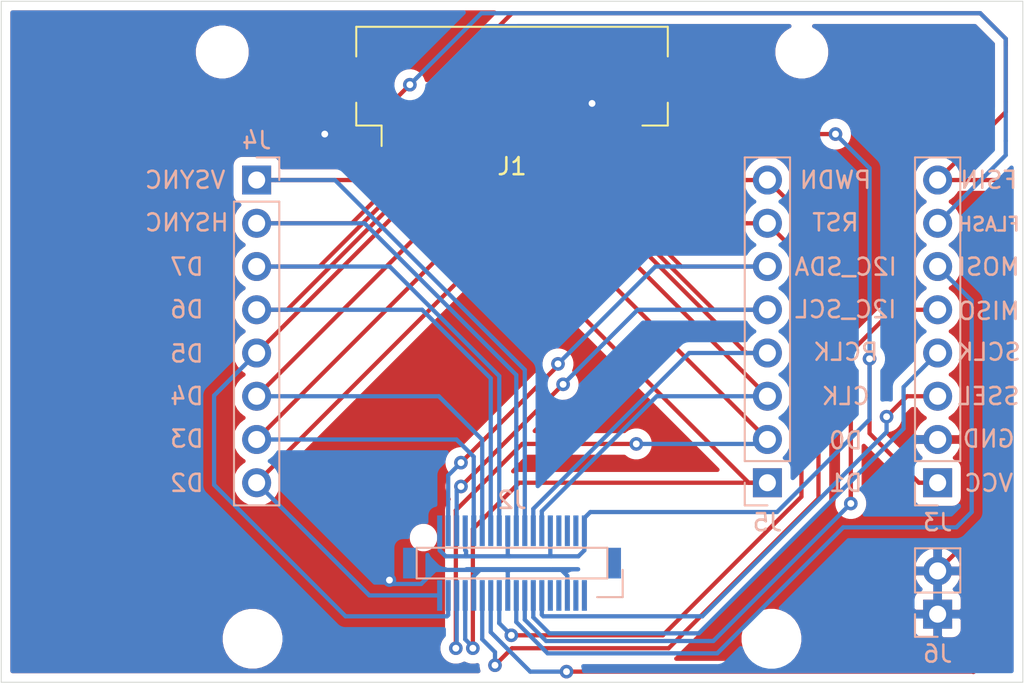
<source format=kicad_pcb>
(kicad_pcb (version 20171130) (host pcbnew "(5.1.0)-1")

  (general
    (thickness 1.6)
    (drawings 34)
    (tracks 267)
    (zones 0)
    (modules 10)
    (nets 36)
  )

  (page A4)
  (layers
    (0 F.Cu signal)
    (31 B.Cu signal)
    (32 B.Adhes user)
    (33 F.Adhes user)
    (34 B.Paste user)
    (35 F.Paste user)
    (36 B.SilkS user)
    (37 F.SilkS user)
    (38 B.Mask user)
    (39 F.Mask user)
    (40 Dwgs.User user)
    (41 Cmts.User user)
    (42 Eco1.User user)
    (43 Eco2.User user)
    (44 Edge.Cuts user)
    (45 Margin user)
    (46 B.CrtYd user)
    (47 F.CrtYd user)
    (48 B.Fab user hide)
    (49 F.Fab user hide)
  )

  (setup
    (last_trace_width 0.25)
    (trace_clearance 0.2)
    (zone_clearance 0.508)
    (zone_45_only no)
    (trace_min 0.2)
    (via_size 0.8)
    (via_drill 0.4)
    (via_min_size 0.4)
    (via_min_drill 0.3)
    (uvia_size 0.3)
    (uvia_drill 0.1)
    (uvias_allowed no)
    (uvia_min_size 0.2)
    (uvia_min_drill 0.1)
    (edge_width 0.05)
    (segment_width 0.2)
    (pcb_text_width 0.3)
    (pcb_text_size 1.5 1.5)
    (mod_edge_width 0.12)
    (mod_text_size 1 1)
    (mod_text_width 0.15)
    (pad_size 1.524 1.524)
    (pad_drill 0.762)
    (pad_to_mask_clearance 0.051)
    (solder_mask_min_width 0.25)
    (aux_axis_origin 0 0)
    (grid_origin 10 10)
    (visible_elements 7FFFFFFF)
    (pcbplotparams
      (layerselection 0x010fc_ffffffff)
      (usegerberextensions true)
      (usegerberattributes false)
      (usegerberadvancedattributes false)
      (creategerberjobfile false)
      (excludeedgelayer true)
      (linewidth 0.100000)
      (plotframeref false)
      (viasonmask false)
      (mode 1)
      (useauxorigin false)
      (hpglpennumber 1)
      (hpglpenspeed 20)
      (hpglpendiameter 15.000000)
      (psnegative false)
      (psa4output false)
      (plotreference true)
      (plotvalue true)
      (plotinvisibletext false)
      (padsonsilk false)
      (subtractmaskfromsilk false)
      (outputformat 1)
      (mirror false)
      (drillshape 0)
      (scaleselection 1)
      (outputdirectory "Gerber/"))
  )

  (net 0 "")
  (net 1 /GND)
  (net 2 /FLASH)
  (net 3 /DCMI_FSIN)
  (net 4 /DCMI_VSYNC)
  (net 5 /DCMI_HSYNC)
  (net 6 /DCMI_D7)
  (net 7 /DCMI_D6)
  (net 8 /DCMI_D5)
  (net 9 /DCMI_D4)
  (net 10 /DCMI_D3)
  (net 11 /DCMI_D2)
  (net 12 /DCMI_D1)
  (net 13 /DCMI_D0)
  (net 14 /DOUT3)
  (net 15 /DOUT2)
  (net 16 /DOUT1)
  (net 17 /DOUT0)
  (net 18 /DCMI_CLK)
  (net 19 /DCMI_PCLK)
  (net 20 /I2C1_SCL)
  (net 21 /I2C1_SDA)
  (net 22 /DCMI_RST)
  (net 23 /DCMI_PWDN)
  (net 24 /VCC)
  (net 25 /RSVD1)
  (net 26 /RSVD2)
  (net 27 /VDDA)
  (net 28 /RSVD5)
  (net 29 /RSVD3)
  (net 30 /RSVD6)
  (net 31 /RSVD4)
  (net 32 /SPI3_SSEL)
  (net 33 /SPI3_SCLK)
  (net 34 /SPI3_MISO)
  (net 35 /SPI3_MOSI)

  (net_class Default "This is the default net class."
    (clearance 0.2)
    (trace_width 0.25)
    (via_dia 0.8)
    (via_drill 0.4)
    (uvia_dia 0.3)
    (uvia_drill 0.1)
    (add_net /DCMI_CLK)
    (add_net /DCMI_D0)
    (add_net /DCMI_D1)
    (add_net /DCMI_D2)
    (add_net /DCMI_D3)
    (add_net /DCMI_D4)
    (add_net /DCMI_D5)
    (add_net /DCMI_D6)
    (add_net /DCMI_D7)
    (add_net /DCMI_FSIN)
    (add_net /DCMI_HSYNC)
    (add_net /DCMI_PCLK)
    (add_net /DCMI_PWDN)
    (add_net /DCMI_RST)
    (add_net /DCMI_VSYNC)
    (add_net /DOUT0)
    (add_net /DOUT1)
    (add_net /DOUT2)
    (add_net /DOUT3)
    (add_net /FLASH)
    (add_net /GND)
    (add_net /I2C1_SCL)
    (add_net /I2C1_SDA)
    (add_net /RSVD1)
    (add_net /RSVD2)
    (add_net /RSVD3)
    (add_net /RSVD4)
    (add_net /RSVD5)
    (add_net /RSVD6)
    (add_net /SPI3_MISO)
    (add_net /SPI3_MOSI)
    (add_net /SPI3_SCLK)
    (add_net /SPI3_SSEL)
    (add_net /VCC)
    (add_net /VDDA)
  )

  (module "sense:DF12(3.5)-36DP-0.5V(86)" locked (layer B.Cu) (tedit 5D2F1CAC) (tstamp 5D2F2FEC)
    (at 40 43 180)
    (path /5D2DB0B2)
    (fp_text reference J2 (at 0 3.7 180) (layer B.SilkS)
      (effects (font (size 1 1) (thickness 0.15)) (justify mirror))
    )
    (fp_text value "DF 12-36-DP" (at 0 4.9 180) (layer B.Fab)
      (effects (font (size 1 1) (thickness 0.15)) (justify mirror))
    )
    (fp_line (start -5.6 0.9) (end -5.6 -0.9) (layer B.SilkS) (width 0.12))
    (fp_line (start -5.6 -0.9) (end 5.6 -0.9) (layer B.SilkS) (width 0.12))
    (fp_line (start 5.6 -0.9) (end 5.6 0.9) (layer B.SilkS) (width 0.12))
    (fp_line (start 5.6 0.9) (end -5.6 0.9) (layer B.SilkS) (width 0.12))
    (fp_line (start -6.5 -3) (end 6.6 -3) (layer Dwgs.User) (width 0.12))
    (fp_line (start 6.6 -3) (end 6.6 3) (layer Dwgs.User) (width 0.12))
    (fp_line (start 6.6 3) (end -6.6 3) (layer Dwgs.User) (width 0.12))
    (fp_line (start -6.6 3) (end -6.5 -3) (layer Dwgs.User) (width 0.12))
    (pad 35 smd rect (at 4.25 -1.9 180) (size 0.3 1.8) (layers B.Cu B.Paste B.Mask)
      (net 11 /DCMI_D2))
    (pad "" np_thru_hole circle (at -5.3 1.5 180) (size 0.6 0.6) (drill 0.6) (layers *.Cu *.Mask))
    (pad "" np_thru_hole circle (at 5.2 1.5 180) (size 0.6 0.6) (drill 0.6) (layers *.Cu *.Mask))
    (pad 36 smd rect (at 4.25 1.9 180) (size 0.3 1.8) (layers B.Cu B.Paste B.Mask)
      (net 24 /VCC))
    (pad 33 smd rect (at 3.75 -1.9 180) (size 0.3 1.8) (layers B.Cu B.Paste B.Mask)
      (net 8 /DCMI_D5))
    (pad 34 smd rect (at 3.75 1.9 180) (size 0.3 1.8) (layers B.Cu B.Paste B.Mask)
      (net 21 /I2C1_SDA))
    (pad 31 smd rect (at 3.25 -1.9 180) (size 0.3 1.8) (layers B.Cu B.Paste B.Mask)
      (net 13 /DCMI_D0))
    (pad 32 smd rect (at 3.25 1.9 180) (size 0.3 1.8) (layers B.Cu B.Paste B.Mask)
      (net 20 /I2C1_SCL))
    (pad 29 smd rect (at 2.75 -1.9 180) (size 0.3 1.8) (layers B.Cu B.Paste B.Mask)
      (net 12 /DCMI_D1))
    (pad 30 smd rect (at 2.75 1.9 180) (size 0.3 1.8) (layers B.Cu B.Paste B.Mask)
      (net 24 /VCC))
    (pad 27 smd rect (at 2.25 -1.9 180) (size 0.3 1.8) (layers B.Cu B.Paste B.Mask)
      (net 1 /GND))
    (pad 28 smd rect (at 2.25 1.9 180) (size 0.3 1.8) (layers B.Cu B.Paste B.Mask)
      (net 10 /DCMI_D3))
    (pad 25 smd rect (at 1.75 -1.9 180) (size 0.3 1.8) (layers B.Cu B.Paste B.Mask)
      (net 23 /DCMI_PWDN))
    (pad 26 smd rect (at 1.75 1.9 180) (size 0.3 1.8) (layers B.Cu B.Paste B.Mask)
      (net 9 /DCMI_D4))
    (pad 23 smd rect (at 1.25 -1.9 180) (size 0.3 1.8) (layers B.Cu B.Paste B.Mask)
      (net 3 /DCMI_FSIN))
    (pad 24 smd rect (at 1.25 1.9 180) (size 0.3 1.8) (layers B.Cu B.Paste B.Mask)
      (net 7 /DCMI_D6))
    (pad 21 smd rect (at 0.75 -1.9 180) (size 0.3 1.8) (layers B.Cu B.Paste B.Mask)
      (net 22 /DCMI_RST))
    (pad 22 smd rect (at 0.75 1.9 180) (size 0.3 1.8) (layers B.Cu B.Paste B.Mask)
      (net 6 /DCMI_D7))
    (pad 19 smd rect (at 0.25 -1.9 180) (size 0.3 1.8) (layers B.Cu B.Paste B.Mask)
      (net 1 /GND))
    (pad 20 smd rect (at 0.25 1.9 180) (size 0.3 1.8) (layers B.Cu B.Paste B.Mask)
      (net 24 /VCC))
    (pad 17 smd rect (at -0.25 -1.9 180) (size 0.3 1.8) (layers B.Cu B.Paste B.Mask)
      (net 35 /SPI3_MOSI))
    (pad 18 smd rect (at -0.25 1.9 180) (size 0.3 1.8) (layers B.Cu B.Paste B.Mask)
      (net 5 /DCMI_HSYNC))
    (pad 15 smd rect (at -0.75 -1.9 180) (size 0.3 1.8) (layers B.Cu B.Paste B.Mask)
      (net 34 /SPI3_MISO))
    (pad 16 smd rect (at -0.75 1.9 180) (size 0.3 1.8) (layers B.Cu B.Paste B.Mask)
      (net 4 /DCMI_VSYNC))
    (pad 13 smd rect (at -1.25 -1.9 180) (size 0.3 1.8) (layers B.Cu B.Paste B.Mask)
      (net 33 /SPI3_SCLK))
    (pad 14 smd rect (at -1.25 1.9 180) (size 0.3 1.8) (layers B.Cu B.Paste B.Mask)
      (net 19 /DCMI_PCLK))
    (pad 11 smd rect (at -1.75 -1.9 180) (size 0.3 1.8) (layers B.Cu B.Paste B.Mask)
      (net 32 /SPI3_SSEL))
    (pad 12 smd rect (at -1.75 1.9 180) (size 0.3 1.8) (layers B.Cu B.Paste B.Mask)
      (net 18 /DCMI_CLK))
    (pad 9 smd rect (at -2.25 -1.9 180) (size 0.3 1.8) (layers B.Cu B.Paste B.Mask)
      (net 31 /RSVD4))
    (pad 10 smd rect (at -2.25 1.9 180) (size 0.3 1.8) (layers B.Cu B.Paste B.Mask)
      (net 24 /VCC))
    (pad 7 smd rect (at -2.75 -1.9 180) (size 0.3 1.8) (layers B.Cu B.Paste B.Mask)
      (net 29 /RSVD3))
    (pad 8 smd rect (at -2.75 1.9 180) (size 0.3 1.8) (layers B.Cu B.Paste B.Mask)
      (net 30 /RSVD6))
    (pad 5 smd rect (at -3.25 -1.9 180) (size 0.3 1.8) (layers B.Cu B.Paste B.Mask)
      (net 1 /GND))
    (pad 6 smd rect (at -3.25 1.9 180) (size 0.3 1.8) (layers B.Cu B.Paste B.Mask)
      (net 28 /RSVD5))
    (pad 3 smd rect (at -3.75 -1.9 180) (size 0.3 1.8) (layers B.Cu B.Paste B.Mask)
      (net 26 /RSVD2))
    (pad 4 smd rect (at -3.75 1.9 180) (size 0.3 1.8) (layers B.Cu B.Paste B.Mask)
      (net 27 /VDDA))
    (pad 1 smd rect (at -4.25 -1.9 180) (size 0.3 1.8) (layers B.Cu B.Paste B.Mask)
      (net 25 /RSVD1))
    (pad 2 smd rect (at -4.25 1.9 180) (size 0.3 1.8) (layers B.Cu B.Paste B.Mask)
      (net 24 /VCC))
    (pad "" smd rect (at 6 0 180) (size 0.8 1.8) (layers B.Cu B.Paste B.Mask))
    (pad "" smd rect (at -6 0 180) (size 0.8 1.8) (layers B.Cu B.Paste B.Mask))
    (model "${KIPRJMOD}/AR0135_adapter_rev1_3D Files/DF12(3.5)-36DP-0.5V.stp"
      (at (xyz 0 0 0))
      (scale (xyz 1 1 1))
      (rotate (xyz 0 0 0))
    )
  )

  (module Connector_FFC-FPC:Hirose_FH12-30S-0.5SH_1x30-1MP_P0.50mm_Horizontal locked (layer F.Cu) (tedit 5D2F1BA7) (tstamp 5D2F2FB8)
    (at 40 16 180)
    (descr "Molex FH12, FFC/FPC connector, FH12-30S-0.5SH, 30 Pins per row (https://www.hirose.com/product/en/products/FH12/FH12-24S-0.5SH(55)/), generated with kicad-footprint-generator")
    (tags "connector Hirose  top entry")
    (path /5D2EB405)
    (attr smd)
    (fp_text reference J1 (at 0 -3.7 180) (layer F.SilkS)
      (effects (font (size 1 1) (thickness 0.15)))
    )
    (fp_text value Conn_01x30 (at 0 5.6 180) (layer F.Fab)
      (effects (font (size 1 1) (thickness 0.15)))
    )
    (fp_text user %R (at 0 3.7 180) (layer F.Fab)
      (effects (font (size 1 1) (thickness 0.15)))
    )
    (fp_line (start 10.55 -3) (end -10.55 -3) (layer F.CrtYd) (width 0.05))
    (fp_line (start 10.55 4.9) (end 10.55 -3) (layer F.CrtYd) (width 0.05))
    (fp_line (start -10.55 4.9) (end 10.55 4.9) (layer F.CrtYd) (width 0.05))
    (fp_line (start -10.55 -3) (end -10.55 4.9) (layer F.CrtYd) (width 0.05))
    (fp_line (start -7.25 -0.492893) (end -6.75 -1.2) (layer F.Fab) (width 0.1))
    (fp_line (start -7.75 -1.2) (end -7.25 -0.492893) (layer F.Fab) (width 0.1))
    (fp_line (start 7.66 -1.3) (end 7.66 -2.5) (layer F.SilkS) (width 0.12))
    (fp_line (start 9.15 4.5) (end 9.15 2.76) (layer F.SilkS) (width 0.12))
    (fp_line (start -9.15 4.5) (end 9.15 4.5) (layer F.SilkS) (width 0.12))
    (fp_line (start -9.15 2.76) (end -9.15 4.5) (layer F.SilkS) (width 0.12))
    (fp_line (start 9.15 -1.3) (end 9.15 0.04) (layer F.SilkS) (width 0.12))
    (fp_line (start 7.66 -1.3) (end 9.15 -1.3) (layer F.SilkS) (width 0.12))
    (fp_line (start -9.15 -1.3) (end -9.15 0.04) (layer F.SilkS) (width 0.12))
    (fp_line (start -7.66 -1.3) (end -9.15 -1.3) (layer F.SilkS) (width 0.12))
    (fp_line (start 8.95 4.4) (end 0 4.4) (layer F.Fab) (width 0.1))
    (fp_line (start 8.95 3.7) (end 8.95 4.4) (layer F.Fab) (width 0.1))
    (fp_line (start 8.45 3.7) (end 8.95 3.7) (layer F.Fab) (width 0.1))
    (fp_line (start 8.45 3.4) (end 8.45 3.7) (layer F.Fab) (width 0.1))
    (fp_line (start 9.05 3.4) (end 8.45 3.4) (layer F.Fab) (width 0.1))
    (fp_line (start 9.05 -1.2) (end 9.05 3.4) (layer F.Fab) (width 0.1))
    (fp_line (start 0 -1.2) (end 9.05 -1.2) (layer F.Fab) (width 0.1))
    (fp_line (start -8.95 4.4) (end 0 4.4) (layer F.Fab) (width 0.1))
    (fp_line (start -8.95 3.7) (end -8.95 4.4) (layer F.Fab) (width 0.1))
    (fp_line (start -8.45 3.7) (end -8.95 3.7) (layer F.Fab) (width 0.1))
    (fp_line (start -8.45 3.4) (end -8.45 3.7) (layer F.Fab) (width 0.1))
    (fp_line (start -9.05 3.4) (end -8.45 3.4) (layer F.Fab) (width 0.1))
    (fp_line (start -9.05 -1.2) (end -9.05 3.4) (layer F.Fab) (width 0.1))
    (fp_line (start 0 -1.2) (end -9.05 -1.2) (layer F.Fab) (width 0.1))
    (pad 1 smd rect (at 7.25 -1.85 180) (size 0.3 1.3) (layers F.Cu F.Paste F.Mask)
      (net 1 /GND))
    (pad 2 smd rect (at 6.75 -1.85 180) (size 0.3 1.3) (layers F.Cu F.Paste F.Mask)
      (net 2 /FLASH))
    (pad 3 smd rect (at 6.25 -1.85 180) (size 0.3 1.3) (layers F.Cu F.Paste F.Mask)
      (net 3 /DCMI_FSIN))
    (pad 4 smd rect (at 5.75 -1.85 180) (size 0.3 1.3) (layers F.Cu F.Paste F.Mask)
      (net 4 /DCMI_VSYNC))
    (pad 5 smd rect (at 5.25 -1.85 180) (size 0.3 1.3) (layers F.Cu F.Paste F.Mask)
      (net 5 /DCMI_HSYNC))
    (pad 6 smd rect (at 4.75 -1.85 180) (size 0.3 1.3) (layers F.Cu F.Paste F.Mask)
      (net 6 /DCMI_D7))
    (pad 7 smd rect (at 4.25 -1.85 180) (size 0.3 1.3) (layers F.Cu F.Paste F.Mask)
      (net 7 /DCMI_D6))
    (pad 8 smd rect (at 3.75 -1.85 180) (size 0.3 1.3) (layers F.Cu F.Paste F.Mask)
      (net 8 /DCMI_D5))
    (pad 9 smd rect (at 3.25 -1.85 180) (size 0.3 1.3) (layers F.Cu F.Paste F.Mask)
      (net 9 /DCMI_D4))
    (pad 10 smd rect (at 2.75 -1.85 180) (size 0.3 1.3) (layers F.Cu F.Paste F.Mask)
      (net 10 /DCMI_D3))
    (pad 11 smd rect (at 2.25 -1.85 180) (size 0.3 1.3) (layers F.Cu F.Paste F.Mask)
      (net 11 /DCMI_D2))
    (pad 12 smd rect (at 1.75 -1.85 180) (size 0.3 1.3) (layers F.Cu F.Paste F.Mask)
      (net 12 /DCMI_D1))
    (pad 13 smd rect (at 1.25 -1.85 180) (size 0.3 1.3) (layers F.Cu F.Paste F.Mask)
      (net 1 /GND))
    (pad 14 smd rect (at 0.75 -1.85 180) (size 0.3 1.3) (layers F.Cu F.Paste F.Mask)
      (net 13 /DCMI_D0))
    (pad 15 smd rect (at 0.25 -1.85 180) (size 0.3 1.3) (layers F.Cu F.Paste F.Mask)
      (net 14 /DOUT3))
    (pad 16 smd rect (at -0.25 -1.85 180) (size 0.3 1.3) (layers F.Cu F.Paste F.Mask)
      (net 15 /DOUT2))
    (pad 17 smd rect (at -0.75 -1.85 180) (size 0.3 1.3) (layers F.Cu F.Paste F.Mask)
      (net 16 /DOUT1))
    (pad 18 smd rect (at -1.25 -1.85 180) (size 0.3 1.3) (layers F.Cu F.Paste F.Mask)
      (net 17 /DOUT0))
    (pad 19 smd rect (at -1.75 -1.85 180) (size 0.3 1.3) (layers F.Cu F.Paste F.Mask)
      (net 18 /DCMI_CLK))
    (pad 20 smd rect (at -2.25 -1.85 180) (size 0.3 1.3) (layers F.Cu F.Paste F.Mask)
      (net 19 /DCMI_PCLK))
    (pad 21 smd rect (at -2.75 -1.85 180) (size 0.3 1.3) (layers F.Cu F.Paste F.Mask)
      (net 20 /I2C1_SCL))
    (pad 22 smd rect (at -3.25 -1.85 180) (size 0.3 1.3) (layers F.Cu F.Paste F.Mask)
      (net 21 /I2C1_SDA))
    (pad 23 smd rect (at -3.75 -1.85 180) (size 0.3 1.3) (layers F.Cu F.Paste F.Mask)
      (net 22 /DCMI_RST))
    (pad 24 smd rect (at -4.25 -1.85 180) (size 0.3 1.3) (layers F.Cu F.Paste F.Mask)
      (net 1 /GND))
    (pad 25 smd rect (at -4.75 -1.85 180) (size 0.3 1.3) (layers F.Cu F.Paste F.Mask)
      (net 1 /GND))
    (pad 26 smd rect (at -5.25 -1.85 180) (size 0.3 1.3) (layers F.Cu F.Paste F.Mask)
      (net 23 /DCMI_PWDN))
    (pad 27 smd rect (at -5.75 -1.85 180) (size 0.3 1.3) (layers F.Cu F.Paste F.Mask)
      (net 24 /VCC))
    (pad 28 smd rect (at -6.25 -1.85 180) (size 0.3 1.3) (layers F.Cu F.Paste F.Mask)
      (net 24 /VCC))
    (pad 29 smd rect (at -6.75 -1.85 180) (size 0.3 1.3) (layers F.Cu F.Paste F.Mask)
      (net 24 /VCC))
    (pad 30 smd rect (at -7.25 -1.85 180) (size 0.3 1.3) (layers F.Cu F.Paste F.Mask)
      (net 24 /VCC))
    (pad MP smd rect (at -9.15 1.4 180) (size 1.8 2.2) (layers F.Cu F.Paste F.Mask))
    (pad MP smd rect (at 9.15 1.4 180) (size 1.8 2.2) (layers F.Cu F.Paste F.Mask))
    (model ${KISYS3DMOD}/Connector_FFC-FPC.3dshapes/Hirose_FH12-30S-0.5SH_1x30-1MP_P0.50mm_Horizontal.wrl
      (at (xyz 0 0 0))
      (scale (xyz 1 1 1))
      (rotate (xyz 0 0 0))
    )
  )

  (module MountingHole:MountingHole_2.5mm locked (layer F.Cu) (tedit 56D1B4CB) (tstamp 5D2F585C)
    (at 24.76 47.445)
    (descr "Mounting Hole 2.5mm, no annular")
    (tags "mounting hole 2.5mm no annular")
    (path /5D36D4A5)
    (attr virtual)
    (fp_text reference MK1 (at 0 -3.5) (layer F.SilkS) hide
      (effects (font (size 1 1) (thickness 0.15)))
    )
    (fp_text value Mounting_Hole (at 0 3.5) (layer F.Fab)
      (effects (font (size 1 1) (thickness 0.15)))
    )
    (fp_text user %R (at 0.3 0) (layer F.Fab)
      (effects (font (size 1 1) (thickness 0.15)))
    )
    (fp_circle (center 0 0) (end 2.5 0) (layer Cmts.User) (width 0.15))
    (fp_circle (center 0 0) (end 2.75 0) (layer F.CrtYd) (width 0.05))
    (pad 1 np_thru_hole circle (at 0 0) (size 2.5 2.5) (drill 2.5) (layers *.Cu *.Mask))
  )

  (module MountingHole:MountingHole_2.5mm locked (layer F.Cu) (tedit 56D1B4CB) (tstamp 5D2F3019)
    (at 55.24 47.445)
    (descr "Mounting Hole 2.5mm, no annular")
    (tags "mounting hole 2.5mm no annular")
    (path /5D36D661)
    (attr virtual)
    (fp_text reference MK2 (at 0 -3.5) (layer F.SilkS) hide
      (effects (font (size 1 1) (thickness 0.15)))
    )
    (fp_text value Mounting_Hole (at 0 3.5) (layer F.Fab)
      (effects (font (size 1 1) (thickness 0.15)))
    )
    (fp_circle (center 0 0) (end 2.75 0) (layer F.CrtYd) (width 0.05))
    (fp_circle (center 0 0) (end 2.5 0) (layer Cmts.User) (width 0.15))
    (fp_text user %R (at 0.3 0) (layer F.Fab)
      (effects (font (size 1 1) (thickness 0.15)))
    )
    (pad 1 np_thru_hole circle (at 0 0) (size 2.5 2.5) (drill 2.5) (layers *.Cu *.Mask))
  )

  (module MountingHole:MountingHole_2.1mm locked (layer F.Cu) (tedit 5B924765) (tstamp 5D2F3021)
    (at 22.98 12.98)
    (descr "Mounting Hole 2.1mm, no annular")
    (tags "mounting hole 2.1mm no annular")
    (path /5D36DB15)
    (attr virtual)
    (fp_text reference MK3 (at 0 -3.2) (layer F.SilkS) hide
      (effects (font (size 1 1) (thickness 0.15)))
    )
    (fp_text value Mounting_Hole (at 0 3.2) (layer F.Fab)
      (effects (font (size 1 1) (thickness 0.15)))
    )
    (fp_text user %R (at 0.3 0) (layer F.Fab)
      (effects (font (size 1 1) (thickness 0.15)))
    )
    (fp_circle (center 0 0) (end 2.1 0) (layer Cmts.User) (width 0.15))
    (fp_circle (center 0 0) (end 2.35 0) (layer F.CrtYd) (width 0.05))
    (pad "" np_thru_hole circle (at 0 0) (size 2.1 2.1) (drill 2.1) (layers *.Cu *.Mask))
  )

  (module MountingHole:MountingHole_2.1mm locked (layer F.Cu) (tedit 5B924765) (tstamp 5D2F3029)
    (at 57.02 12.98)
    (descr "Mounting Hole 2.1mm, no annular")
    (tags "mounting hole 2.1mm no annular")
    (path /5D36DD86)
    (attr virtual)
    (fp_text reference MK4 (at 0 -3.2) (layer F.SilkS) hide
      (effects (font (size 1 1) (thickness 0.15)))
    )
    (fp_text value Mounting_Hole (at 0 3.2) (layer F.Fab)
      (effects (font (size 1 1) (thickness 0.15)))
    )
    (fp_circle (center 0 0) (end 2.35 0) (layer F.CrtYd) (width 0.05))
    (fp_circle (center 0 0) (end 2.1 0) (layer Cmts.User) (width 0.15))
    (fp_text user %R (at 0.3 0) (layer F.Fab)
      (effects (font (size 1 1) (thickness 0.15)))
    )
    (pad "" np_thru_hole circle (at 0 0) (size 2.1 2.1) (drill 2.1) (layers *.Cu *.Mask))
  )

  (module Connector_PinHeader_2.54mm:PinHeader_1x08_P2.54mm_Vertical locked (layer B.Cu) (tedit 59FED5CC) (tstamp 5D2F731A)
    (at 65 38.28)
    (descr "Through hole straight pin header, 1x08, 2.54mm pitch, single row")
    (tags "Through hole pin header THT 1x08 2.54mm single row")
    (path /5D33D6BC)
    (fp_text reference J3 (at 0 2.33) (layer B.SilkS)
      (effects (font (size 1 1) (thickness 0.15)) (justify mirror))
    )
    (fp_text value Conn_01x08 (at 0 -20.11) (layer B.Fab)
      (effects (font (size 1 1) (thickness 0.15)) (justify mirror))
    )
    (fp_line (start -0.635 1.27) (end 1.27 1.27) (layer B.Fab) (width 0.1))
    (fp_line (start 1.27 1.27) (end 1.27 -19.05) (layer B.Fab) (width 0.1))
    (fp_line (start 1.27 -19.05) (end -1.27 -19.05) (layer B.Fab) (width 0.1))
    (fp_line (start -1.27 -19.05) (end -1.27 0.635) (layer B.Fab) (width 0.1))
    (fp_line (start -1.27 0.635) (end -0.635 1.27) (layer B.Fab) (width 0.1))
    (fp_line (start -1.33 -19.11) (end 1.33 -19.11) (layer B.SilkS) (width 0.12))
    (fp_line (start -1.33 -1.27) (end -1.33 -19.11) (layer B.SilkS) (width 0.12))
    (fp_line (start 1.33 -1.27) (end 1.33 -19.11) (layer B.SilkS) (width 0.12))
    (fp_line (start -1.33 -1.27) (end 1.33 -1.27) (layer B.SilkS) (width 0.12))
    (fp_line (start -1.33 0) (end -1.33 1.33) (layer B.SilkS) (width 0.12))
    (fp_line (start -1.33 1.33) (end 0 1.33) (layer B.SilkS) (width 0.12))
    (fp_line (start -1.8 1.8) (end -1.8 -19.55) (layer B.CrtYd) (width 0.05))
    (fp_line (start -1.8 -19.55) (end 1.8 -19.55) (layer B.CrtYd) (width 0.05))
    (fp_line (start 1.8 -19.55) (end 1.8 1.8) (layer B.CrtYd) (width 0.05))
    (fp_line (start 1.8 1.8) (end -1.8 1.8) (layer B.CrtYd) (width 0.05))
    (fp_text user %R (at 0 -8.89 -90) (layer B.Fab)
      (effects (font (size 1 1) (thickness 0.15)) (justify mirror))
    )
    (pad 1 thru_hole rect (at 0 0) (size 1.7 1.7) (drill 1) (layers *.Cu *.Mask)
      (net 24 /VCC))
    (pad 2 thru_hole oval (at 0 -2.54) (size 1.7 1.7) (drill 1) (layers *.Cu *.Mask)
      (net 1 /GND))
    (pad 3 thru_hole oval (at 0 -5.08) (size 1.7 1.7) (drill 1) (layers *.Cu *.Mask)
      (net 32 /SPI3_SSEL))
    (pad 4 thru_hole oval (at 0 -7.62) (size 1.7 1.7) (drill 1) (layers *.Cu *.Mask)
      (net 33 /SPI3_SCLK))
    (pad 5 thru_hole oval (at 0 -10.16) (size 1.7 1.7) (drill 1) (layers *.Cu *.Mask)
      (net 34 /SPI3_MISO))
    (pad 6 thru_hole oval (at 0 -12.7) (size 1.7 1.7) (drill 1) (layers *.Cu *.Mask)
      (net 35 /SPI3_MOSI))
    (pad 7 thru_hole oval (at 0 -15.24) (size 1.7 1.7) (drill 1) (layers *.Cu *.Mask)
      (net 2 /FLASH))
    (pad 8 thru_hole oval (at 0 -17.78) (size 1.7 1.7) (drill 1) (layers *.Cu *.Mask)
      (net 3 /DCMI_FSIN))
    (model ${KISYS3DMOD}/Connector_PinHeader_2.54mm.3dshapes/PinHeader_1x08_P2.54mm_Vertical.wrl
      (at (xyz 0 0 0))
      (scale (xyz 1 1 1))
      (rotate (xyz 0 0 0))
    )
  )

  (module Connector_PinHeader_2.54mm:PinHeader_1x08_P2.54mm_Vertical locked (layer B.Cu) (tedit 59FED5CC) (tstamp 5D2F7335)
    (at 25 20.5 180)
    (descr "Through hole straight pin header, 1x08, 2.54mm pitch, single row")
    (tags "Through hole pin header THT 1x08 2.54mm single row")
    (path /5D3245FE)
    (fp_text reference J4 (at 0 2.33 180) (layer B.SilkS)
      (effects (font (size 1 1) (thickness 0.15)) (justify mirror))
    )
    (fp_text value Conn_01x08 (at 0 -20.11 180) (layer B.Fab)
      (effects (font (size 1 1) (thickness 0.15)) (justify mirror))
    )
    (fp_text user %R (at 0 -8.89 90) (layer B.Fab)
      (effects (font (size 1 1) (thickness 0.15)) (justify mirror))
    )
    (fp_line (start 1.8 1.8) (end -1.8 1.8) (layer B.CrtYd) (width 0.05))
    (fp_line (start 1.8 -19.55) (end 1.8 1.8) (layer B.CrtYd) (width 0.05))
    (fp_line (start -1.8 -19.55) (end 1.8 -19.55) (layer B.CrtYd) (width 0.05))
    (fp_line (start -1.8 1.8) (end -1.8 -19.55) (layer B.CrtYd) (width 0.05))
    (fp_line (start -1.33 1.33) (end 0 1.33) (layer B.SilkS) (width 0.12))
    (fp_line (start -1.33 0) (end -1.33 1.33) (layer B.SilkS) (width 0.12))
    (fp_line (start -1.33 -1.27) (end 1.33 -1.27) (layer B.SilkS) (width 0.12))
    (fp_line (start 1.33 -1.27) (end 1.33 -19.11) (layer B.SilkS) (width 0.12))
    (fp_line (start -1.33 -1.27) (end -1.33 -19.11) (layer B.SilkS) (width 0.12))
    (fp_line (start -1.33 -19.11) (end 1.33 -19.11) (layer B.SilkS) (width 0.12))
    (fp_line (start -1.27 0.635) (end -0.635 1.27) (layer B.Fab) (width 0.1))
    (fp_line (start -1.27 -19.05) (end -1.27 0.635) (layer B.Fab) (width 0.1))
    (fp_line (start 1.27 -19.05) (end -1.27 -19.05) (layer B.Fab) (width 0.1))
    (fp_line (start 1.27 1.27) (end 1.27 -19.05) (layer B.Fab) (width 0.1))
    (fp_line (start -0.635 1.27) (end 1.27 1.27) (layer B.Fab) (width 0.1))
    (pad 8 thru_hole oval (at 0 -17.78 180) (size 1.7 1.7) (drill 1) (layers *.Cu *.Mask)
      (net 11 /DCMI_D2))
    (pad 7 thru_hole oval (at 0 -15.24 180) (size 1.7 1.7) (drill 1) (layers *.Cu *.Mask)
      (net 10 /DCMI_D3))
    (pad 6 thru_hole oval (at 0 -12.7 180) (size 1.7 1.7) (drill 1) (layers *.Cu *.Mask)
      (net 9 /DCMI_D4))
    (pad 5 thru_hole oval (at 0 -10.16 180) (size 1.7 1.7) (drill 1) (layers *.Cu *.Mask)
      (net 8 /DCMI_D5))
    (pad 4 thru_hole oval (at 0 -7.62 180) (size 1.7 1.7) (drill 1) (layers *.Cu *.Mask)
      (net 7 /DCMI_D6))
    (pad 3 thru_hole oval (at 0 -5.08 180) (size 1.7 1.7) (drill 1) (layers *.Cu *.Mask)
      (net 6 /DCMI_D7))
    (pad 2 thru_hole oval (at 0 -2.54 180) (size 1.7 1.7) (drill 1) (layers *.Cu *.Mask)
      (net 5 /DCMI_HSYNC))
    (pad 1 thru_hole rect (at 0 0 180) (size 1.7 1.7) (drill 1) (layers *.Cu *.Mask)
      (net 4 /DCMI_VSYNC))
    (model ${KISYS3DMOD}/Connector_PinHeader_2.54mm.3dshapes/PinHeader_1x08_P2.54mm_Vertical.wrl
      (at (xyz 0 0 0))
      (scale (xyz 1 1 1))
      (rotate (xyz 0 0 0))
    )
  )

  (module Connector_PinHeader_2.54mm:PinHeader_1x08_P2.54mm_Vertical (layer B.Cu) (tedit 59FED5CC) (tstamp 5D2F736B)
    (at 55 38.28)
    (descr "Through hole straight pin header, 1x08, 2.54mm pitch, single row")
    (tags "Through hole pin header THT 1x08 2.54mm single row")
    (path /5D3824C3)
    (fp_text reference J5 (at 0 2.33) (layer B.SilkS)
      (effects (font (size 1 1) (thickness 0.15)) (justify mirror))
    )
    (fp_text value Conn_01x08 (at 0 -20.11) (layer B.Fab)
      (effects (font (size 1 1) (thickness 0.15)) (justify mirror))
    )
    (fp_line (start -0.635 1.27) (end 1.27 1.27) (layer B.Fab) (width 0.1))
    (fp_line (start 1.27 1.27) (end 1.27 -19.05) (layer B.Fab) (width 0.1))
    (fp_line (start 1.27 -19.05) (end -1.27 -19.05) (layer B.Fab) (width 0.1))
    (fp_line (start -1.27 -19.05) (end -1.27 0.635) (layer B.Fab) (width 0.1))
    (fp_line (start -1.27 0.635) (end -0.635 1.27) (layer B.Fab) (width 0.1))
    (fp_line (start -1.33 -19.11) (end 1.33 -19.11) (layer B.SilkS) (width 0.12))
    (fp_line (start -1.33 -1.27) (end -1.33 -19.11) (layer B.SilkS) (width 0.12))
    (fp_line (start 1.33 -1.27) (end 1.33 -19.11) (layer B.SilkS) (width 0.12))
    (fp_line (start -1.33 -1.27) (end 1.33 -1.27) (layer B.SilkS) (width 0.12))
    (fp_line (start -1.33 0) (end -1.33 1.33) (layer B.SilkS) (width 0.12))
    (fp_line (start -1.33 1.33) (end 0 1.33) (layer B.SilkS) (width 0.12))
    (fp_line (start -1.8 1.8) (end -1.8 -19.55) (layer B.CrtYd) (width 0.05))
    (fp_line (start -1.8 -19.55) (end 1.8 -19.55) (layer B.CrtYd) (width 0.05))
    (fp_line (start 1.8 -19.55) (end 1.8 1.8) (layer B.CrtYd) (width 0.05))
    (fp_line (start 1.8 1.8) (end -1.8 1.8) (layer B.CrtYd) (width 0.05))
    (fp_text user %R (at 0 -8.89 -90) (layer B.Fab)
      (effects (font (size 1 1) (thickness 0.15)) (justify mirror))
    )
    (pad 1 thru_hole rect (at 0 0) (size 1.7 1.7) (drill 1) (layers *.Cu *.Mask)
      (net 12 /DCMI_D1))
    (pad 2 thru_hole oval (at 0 -2.54) (size 1.7 1.7) (drill 1) (layers *.Cu *.Mask)
      (net 13 /DCMI_D0))
    (pad 3 thru_hole oval (at 0 -5.08) (size 1.7 1.7) (drill 1) (layers *.Cu *.Mask)
      (net 18 /DCMI_CLK))
    (pad 4 thru_hole oval (at 0 -7.62) (size 1.7 1.7) (drill 1) (layers *.Cu *.Mask)
      (net 19 /DCMI_PCLK))
    (pad 5 thru_hole oval (at 0 -10.16) (size 1.7 1.7) (drill 1) (layers *.Cu *.Mask)
      (net 20 /I2C1_SCL))
    (pad 6 thru_hole oval (at 0 -12.7) (size 1.7 1.7) (drill 1) (layers *.Cu *.Mask)
      (net 21 /I2C1_SDA))
    (pad 7 thru_hole oval (at 0 -15.24) (size 1.7 1.7) (drill 1) (layers *.Cu *.Mask)
      (net 22 /DCMI_RST))
    (pad 8 thru_hole oval (at 0 -17.78) (size 1.7 1.7) (drill 1) (layers *.Cu *.Mask)
      (net 23 /DCMI_PWDN))
    (model ${KISYS3DMOD}/Connector_PinHeader_2.54mm.3dshapes/PinHeader_1x08_P2.54mm_Vertical.wrl
      (at (xyz 0 0 0))
      (scale (xyz 1 1 1))
      (rotate (xyz 0 0 0))
    )
  )

  (module Connector_PinHeader_2.54mm:PinHeader_1x02_P2.54mm_Vertical (layer B.Cu) (tedit 59FED5CC) (tstamp 5D2FE52E)
    (at 65 46)
    (descr "Through hole straight pin header, 1x02, 2.54mm pitch, single row")
    (tags "Through hole pin header THT 1x02 2.54mm single row")
    (path /5D3BA621)
    (fp_text reference J6 (at 0 2.33) (layer B.SilkS)
      (effects (font (size 1 1) (thickness 0.15)) (justify mirror))
    )
    (fp_text value Conn_01x02 (at 0 -4.87) (layer B.Fab)
      (effects (font (size 1 1) (thickness 0.15)) (justify mirror))
    )
    (fp_line (start -0.635 1.27) (end 1.27 1.27) (layer B.Fab) (width 0.1))
    (fp_line (start 1.27 1.27) (end 1.27 -3.81) (layer B.Fab) (width 0.1))
    (fp_line (start 1.27 -3.81) (end -1.27 -3.81) (layer B.Fab) (width 0.1))
    (fp_line (start -1.27 -3.81) (end -1.27 0.635) (layer B.Fab) (width 0.1))
    (fp_line (start -1.27 0.635) (end -0.635 1.27) (layer B.Fab) (width 0.1))
    (fp_line (start -1.33 -3.87) (end 1.33 -3.87) (layer B.SilkS) (width 0.12))
    (fp_line (start -1.33 -1.27) (end -1.33 -3.87) (layer B.SilkS) (width 0.12))
    (fp_line (start 1.33 -1.27) (end 1.33 -3.87) (layer B.SilkS) (width 0.12))
    (fp_line (start -1.33 -1.27) (end 1.33 -1.27) (layer B.SilkS) (width 0.12))
    (fp_line (start -1.33 0) (end -1.33 1.33) (layer B.SilkS) (width 0.12))
    (fp_line (start -1.33 1.33) (end 0 1.33) (layer B.SilkS) (width 0.12))
    (fp_line (start -1.8 1.8) (end -1.8 -4.35) (layer B.CrtYd) (width 0.05))
    (fp_line (start -1.8 -4.35) (end 1.8 -4.35) (layer B.CrtYd) (width 0.05))
    (fp_line (start 1.8 -4.35) (end 1.8 1.8) (layer B.CrtYd) (width 0.05))
    (fp_line (start 1.8 1.8) (end -1.8 1.8) (layer B.CrtYd) (width 0.05))
    (fp_text user %R (at 0 -1.27 -90) (layer B.Fab)
      (effects (font (size 1 1) (thickness 0.15)) (justify mirror))
    )
    (pad 1 thru_hole rect (at 0 0) (size 1.7 1.7) (drill 1) (layers *.Cu *.Mask)
      (net 1 /GND))
    (pad 2 thru_hole oval (at 0 -2.54) (size 1.7 1.7) (drill 1) (layers *.Cu *.Mask)
      (net 1 /GND))
    (model ${KISYS3DMOD}/Connector_PinHeader_2.54mm.3dshapes/PinHeader_1x02_P2.54mm_Vertical.wrl
      (at (xyz 0 0 0))
      (scale (xyz 1 1 1))
      (rotate (xyz 0 0 0))
    )
  )

  (gr_text FSIN (at 68 20.5) (layer B.SilkS)
    (effects (font (size 1 1) (thickness 0.15)) (justify mirror))
  )
  (gr_text FLASH (at 68 23.1) (layer B.SilkS)
    (effects (font (size 0.8 0.8) (thickness 0.15)) (justify mirror))
  )
  (gr_text MOSI (at 68 25.6) (layer B.SilkS)
    (effects (font (size 1 1) (thickness 0.15)) (justify mirror))
  )
  (gr_text MISO (at 68 28.2) (layer B.SilkS)
    (effects (font (size 1 1) (thickness 0.15)) (justify mirror))
  )
  (gr_text SCLK (at 68 30.6) (layer B.SilkS)
    (effects (font (size 1 1) (thickness 0.15)) (justify mirror))
  )
  (gr_text SSEL (at 68 33.2) (layer B.SilkS)
    (effects (font (size 1 1) (thickness 0.15)) (justify mirror))
  )
  (gr_text GND (at 68 35.7) (layer B.SilkS)
    (effects (font (size 1 1) (thickness 0.15)) (justify mirror))
  )
  (gr_text VCC (at 68 38.3) (layer B.SilkS)
    (effects (font (size 1 1) (thickness 0.15)) (justify mirror))
  )
  (gr_text D1 (at 59.6 38.3) (layer B.SilkS)
    (effects (font (size 1 1) (thickness 0.15)) (justify mirror))
  )
  (gr_text D0 (at 59.6 35.8) (layer B.SilkS)
    (effects (font (size 1 1) (thickness 0.15)) (justify mirror))
  )
  (gr_text CLK (at 59.6 33.2) (layer B.SilkS)
    (effects (font (size 1 1) (thickness 0.15)) (justify mirror))
  )
  (gr_text PCLK (at 59.6 30.6) (layer B.SilkS)
    (effects (font (size 1 1) (thickness 0.15)) (justify mirror))
  )
  (gr_text I2C_SCL (at 59.6 28.1) (layer B.SilkS)
    (effects (font (size 1 1) (thickness 0.15)) (justify mirror))
  )
  (gr_text I2C_SDA (at 59.6 25.6) (layer B.SilkS)
    (effects (font (size 1 1) (thickness 0.15)) (justify mirror))
  )
  (gr_text RST (at 59 23) (layer B.SilkS)
    (effects (font (size 1 1) (thickness 0.15)) (justify mirror))
  )
  (gr_text PWDN (at 59 20.5) (layer B.SilkS)
    (effects (font (size 1 1) (thickness 0.15)) (justify mirror))
  )
  (gr_text D2 (at 20.9 38.3) (layer B.SilkS)
    (effects (font (size 1 1) (thickness 0.15)) (justify mirror))
  )
  (gr_text D3 (at 20.9 35.7) (layer B.SilkS)
    (effects (font (size 1 1) (thickness 0.15)) (justify mirror))
  )
  (gr_text D4 (at 20.9 33.2) (layer B.SilkS)
    (effects (font (size 1 1) (thickness 0.15)) (justify mirror))
  )
  (gr_text D5 (at 20.9 30.7) (layer B.SilkS)
    (effects (font (size 1 1) (thickness 0.15)) (justify mirror))
  )
  (gr_text D6 (at 20.9 28.1) (layer B.SilkS)
    (effects (font (size 1 1) (thickness 0.15)) (justify mirror))
  )
  (gr_text D7 (at 20.9 25.6) (layer B.SilkS)
    (effects (font (size 1 1) (thickness 0.15)) (justify mirror))
  )
  (gr_text HSYNC (at 20.9 23) (layer B.SilkS)
    (effects (font (size 1 1) (thickness 0.15)) (justify mirror))
  )
  (gr_text VSYNC (at 20.8 20.5) (layer B.SilkS)
    (effects (font (size 1 1) (thickness 0.15)) (justify mirror))
  )
  (gr_line (start 46.5 45) (end 46.5 43.4) (layer B.SilkS) (width 0.12))
  (gr_line (start 45 45) (end 46.5 45) (layer B.SilkS) (width 0.12))
  (gr_line (start 70 10) (end 10 10) (layer Margin) (width 0.15) (tstamp 5D2F2CCA))
  (gr_line (start 70 50) (end 70 10) (layer Margin) (width 0.15))
  (gr_line (start 10 50) (end 70 50) (layer Margin) (width 0.15))
  (gr_line (start 10 10) (end 10 50) (layer Margin) (width 0.15))
  (gr_line (start 70 10) (end 10 10) (layer Edge.Cuts) (width 0.05) (tstamp 5D2F2CC9))
  (gr_line (start 70 50) (end 70 10) (layer Edge.Cuts) (width 0.05))
  (gr_line (start 10 50) (end 70 50) (layer Edge.Cuts) (width 0.05))
  (gr_line (start 10 10) (end 10 50) (layer Edge.Cuts) (width 0.05))

  (segment (start 44.25 17.85) (end 44.75 17.85) (width 0.25) (layer F.Cu) (net 1))
  (segment (start 38.75 16.95) (end 39.2 16.5) (width 0.25) (layer F.Cu) (net 1))
  (segment (start 38.75 17.85) (end 38.75 16.95) (width 0.25) (layer F.Cu) (net 1))
  (segment (start 44.25 16.95) (end 44.25 17.85) (width 0.25) (layer F.Cu) (net 1))
  (segment (start 43.8 16.5) (end 44.25 16.95) (width 0.25) (layer F.Cu) (net 1))
  (segment (start 39.2 16.5) (end 43.8 16.5) (width 0.25) (layer F.Cu) (net 1))
  (segment (start 37.75 43.764998) (end 38.114998 43.4) (width 0.25) (layer B.Cu) (net 1))
  (segment (start 37.75 44.9) (end 37.75 43.764998) (width 0.25) (layer B.Cu) (net 1))
  (segment (start 43.25 43.75) (end 43.25 44.9) (width 0.25) (layer B.Cu) (net 1))
  (segment (start 42.9 43.4) (end 43.25 43.75) (width 0.25) (layer B.Cu) (net 1))
  (segment (start 39.75 43.45) (end 39.8 43.4) (width 0.25) (layer B.Cu) (net 1))
  (segment (start 39.75 44.9) (end 39.75 43.45) (width 0.25) (layer B.Cu) (net 1))
  (segment (start 38.114998 43.4) (end 39.8 43.4) (width 0.25) (layer B.Cu) (net 1))
  (segment (start 39.8 43.4) (end 42.9 43.4) (width 0.25) (layer B.Cu) (net 1))
  (segment (start 66.202081 35.74) (end 67 36.537919) (width 0.25) (layer F.Cu) (net 1))
  (segment (start 65 35.74) (end 66.202081 35.74) (width 0.25) (layer F.Cu) (net 1))
  (segment (start 67 41.46) (end 65 43.46) (width 0.25) (layer F.Cu) (net 1))
  (segment (start 67 36.537919) (end 67 41.46) (width 0.25) (layer F.Cu) (net 1))
  (segment (start 65 46) (end 65 43.46) (width 0.25) (layer F.Cu) (net 1))
  (via (at 29 17.8) (size 0.8) (drill 0.4) (layers F.Cu B.Cu) (net 1))
  (segment (start 32.75 17.85) (end 29.05 17.85) (width 0.25) (layer F.Cu) (net 1))
  (segment (start 29.05 17.85) (end 29 17.8) (width 0.25) (layer F.Cu) (net 1))
  (via (at 44.7 16) (size 0.8) (drill 0.4) (layers F.Cu B.Cu) (net 1))
  (segment (start 44.75 17.85) (end 44.75 16.05) (width 0.25) (layer F.Cu) (net 1))
  (segment (start 44.75 16.05) (end 44.7 16) (width 0.25) (layer F.Cu) (net 1))
  (via (at 32.8 44) (size 0.8) (drill 0.4) (layers F.Cu B.Cu) (net 1))
  (segment (start 33.025001 44.225001) (end 32.8 44) (width 0.25) (layer B.Cu) (net 1))
  (segment (start 34.660001 44.225001) (end 33.025001 44.225001) (width 0.25) (layer B.Cu) (net 1))
  (segment (start 38.114998 43.4) (end 35.485002 43.4) (width 0.25) (layer B.Cu) (net 1))
  (segment (start 35.485002 43.4) (end 34.660001 44.225001) (width 0.25) (layer B.Cu) (net 1))
  (via (at 34 14.9) (size 0.8) (drill 0.4) (layers F.Cu B.Cu) (net 2))
  (segment (start 33.25 15.65) (end 33.25 17.85) (width 0.25) (layer F.Cu) (net 2))
  (segment (start 34 14.9) (end 33.25 15.65) (width 0.25) (layer F.Cu) (net 2))
  (segment (start 67.5 10.7) (end 69 12.2) (width 0.25) (layer B.Cu) (net 2))
  (segment (start 34 14.9) (end 38.2 10.7) (width 0.25) (layer B.Cu) (net 2))
  (segment (start 38.2 10.7) (end 67.5 10.7) (width 0.25) (layer B.Cu) (net 2))
  (segment (start 69 19.04) (end 69 18.2) (width 0.25) (layer B.Cu) (net 2))
  (segment (start 65 23.04) (end 69 19.04) (width 0.25) (layer B.Cu) (net 2))
  (segment (start 69 12.2) (end 69 18.2) (width 0.25) (layer B.Cu) (net 2))
  (segment (start 69 16.5) (end 69 15.9) (width 0.25) (layer F.Cu) (net 3))
  (segment (start 65 20.5) (end 69 16.5) (width 0.25) (layer F.Cu) (net 3))
  (segment (start 69 12.6) (end 69 15.9) (width 0.25) (layer F.Cu) (net 3))
  (segment (start 33.75 17.85) (end 33.75 16.95) (width 0.25) (layer F.Cu) (net 3))
  (segment (start 33.75 16.95) (end 40 10.7) (width 0.25) (layer F.Cu) (net 3))
  (segment (start 69 12.3) (end 69 12.6) (width 0.25) (layer F.Cu) (net 3))
  (segment (start 40 10.7) (end 67.5 10.7) (width 0.25) (layer F.Cu) (net 3))
  (segment (start 69 12.2) (end 69 12.6) (width 0.25) (layer F.Cu) (net 3))
  (segment (start 67.5 10.7) (end 69 12.2) (width 0.25) (layer F.Cu) (net 3))
  (segment (start 69.3 47.2) (end 69.3 20.8) (width 0.25) (layer F.Cu) (net 3))
  (segment (start 69 20.5) (end 65 20.5) (width 0.25) (layer F.Cu) (net 3))
  (segment (start 69.3 20.8) (end 69 20.5) (width 0.25) (layer F.Cu) (net 3))
  (via (at 43.2 49.375) (size 0.8) (drill 0.4) (layers F.Cu B.Cu) (net 3))
  (segment (start 41.067462 49.375) (end 43.2 49.375) (width 0.25) (layer B.Cu) (net 3))
  (segment (start 38.75 44.9) (end 38.75 47.057538) (width 0.25) (layer B.Cu) (net 3))
  (segment (start 38.75 47.057538) (end 41.067462 49.375) (width 0.25) (layer B.Cu) (net 3))
  (segment (start 67.125 49.375) (end 67.25 49.25) (width 0.25) (layer F.Cu) (net 3))
  (segment (start 43.2 49.375) (end 67.125 49.375) (width 0.25) (layer F.Cu) (net 3))
  (segment (start 67.1 49.4) (end 67.25 49.25) (width 0.25) (layer F.Cu) (net 3))
  (segment (start 67.25 49.25) (end 69.3 47.2) (width 0.25) (layer F.Cu) (net 3))
  (segment (start 26.1 20.5) (end 25 20.5) (width 0.25) (layer F.Cu) (net 4))
  (segment (start 32.5 20.5) (end 26.1 20.5) (width 0.25) (layer F.Cu) (net 4))
  (segment (start 34.25 18.75) (end 32.5 20.5) (width 0.25) (layer F.Cu) (net 4))
  (segment (start 34.25 17.85) (end 34.25 18.75) (width 0.25) (layer F.Cu) (net 4))
  (segment (start 40.75 41.1) (end 40.75 31.65) (width 0.25) (layer B.Cu) (net 4))
  (segment (start 29.6 20.5) (end 25 20.5) (width 0.25) (layer B.Cu) (net 4))
  (segment (start 40.75 31.65) (end 29.6 20.5) (width 0.25) (layer B.Cu) (net 4))
  (segment (start 26.202081 23.04) (end 25 23.04) (width 0.25) (layer F.Cu) (net 5))
  (segment (start 30.59641 23.04) (end 26.202081 23.04) (width 0.25) (layer F.Cu) (net 5))
  (segment (start 34.75 18.88641) (end 30.59641 23.04) (width 0.25) (layer F.Cu) (net 5))
  (segment (start 34.75 17.85) (end 34.75 18.88641) (width 0.25) (layer F.Cu) (net 5))
  (segment (start 40.25 41.1) (end 40.25 31.95) (width 0.25) (layer B.Cu) (net 5))
  (segment (start 31.34 23.04) (end 25 23.04) (width 0.25) (layer B.Cu) (net 5))
  (segment (start 40.25 31.95) (end 31.34 23.04) (width 0.25) (layer B.Cu) (net 5))
  (segment (start 26.202081 25.58) (end 25 25.58) (width 0.25) (layer F.Cu) (net 6))
  (segment (start 28.69282 25.58) (end 26.202081 25.58) (width 0.25) (layer F.Cu) (net 6))
  (segment (start 35.25 19.02282) (end 28.69282 25.58) (width 0.25) (layer F.Cu) (net 6))
  (segment (start 35.25 17.85) (end 35.25 19.02282) (width 0.25) (layer F.Cu) (net 6))
  (segment (start 26.202081 25.58) (end 25 25.58) (width 0.25) (layer B.Cu) (net 6))
  (segment (start 32.81641 25.58) (end 26.202081 25.58) (width 0.25) (layer B.Cu) (net 6))
  (segment (start 39.25 32.01359) (end 32.81641 25.58) (width 0.25) (layer B.Cu) (net 6))
  (segment (start 39.25 41.1) (end 39.25 32.01359) (width 0.25) (layer B.Cu) (net 6))
  (segment (start 26.202081 28.12) (end 25 28.12) (width 0.25) (layer F.Cu) (net 7))
  (segment (start 26.78923 28.12) (end 26.202081 28.12) (width 0.25) (layer F.Cu) (net 7))
  (segment (start 35.75 19.15923) (end 26.78923 28.12) (width 0.25) (layer F.Cu) (net 7))
  (segment (start 35.75 17.85) (end 35.75 19.15923) (width 0.25) (layer F.Cu) (net 7))
  (segment (start 38.75 41.1) (end 38.75 32.15) (width 0.25) (layer B.Cu) (net 7))
  (segment (start 34.72 28.12) (end 25 28.12) (width 0.25) (layer B.Cu) (net 7))
  (segment (start 38.75 32.15) (end 34.72 28.12) (width 0.25) (layer B.Cu) (net 7))
  (segment (start 36.25 19.41) (end 25 30.66) (width 0.25) (layer F.Cu) (net 8))
  (segment (start 36.25 17.85) (end 36.25 19.41) (width 0.25) (layer F.Cu) (net 8))
  (segment (start 36.174999 46.125001) (end 30.225001 46.125001) (width 0.25) (layer B.Cu) (net 8))
  (segment (start 36.25 44.9) (end 36.25 46.05) (width 0.25) (layer B.Cu) (net 8))
  (segment (start 36.25 46.05) (end 36.174999 46.125001) (width 0.25) (layer B.Cu) (net 8))
  (segment (start 30.225001 46.125001) (end 22.5 38.4) (width 0.25) (layer B.Cu) (net 8))
  (segment (start 22.5 33.16) (end 25 30.66) (width 0.25) (layer B.Cu) (net 8))
  (segment (start 22.5 38.4) (end 22.5 33.16) (width 0.25) (layer B.Cu) (net 8))
  (segment (start 36.75 21.45) (end 25 33.2) (width 0.25) (layer F.Cu) (net 9))
  (segment (start 36.75 17.85) (end 36.75 21.45) (width 0.25) (layer F.Cu) (net 9))
  (segment (start 38.25 41.1) (end 38.25 35.75) (width 0.25) (layer B.Cu) (net 9))
  (segment (start 35.7 33.2) (end 25 33.2) (width 0.25) (layer B.Cu) (net 9))
  (segment (start 38.25 35.75) (end 35.7 33.2) (width 0.25) (layer B.Cu) (net 9))
  (segment (start 37.25 23.49) (end 25 35.74) (width 0.25) (layer F.Cu) (net 10))
  (segment (start 37.25 17.85) (end 37.25 23.49) (width 0.25) (layer F.Cu) (net 10))
  (segment (start 37.75 41.1) (end 37.75 36.75) (width 0.25) (layer B.Cu) (net 10))
  (segment (start 36.74 35.74) (end 25 35.74) (width 0.25) (layer B.Cu) (net 10))
  (segment (start 37.75 36.75) (end 36.74 35.74) (width 0.25) (layer B.Cu) (net 10))
  (segment (start 37.75 25.53) (end 25 38.28) (width 0.25) (layer F.Cu) (net 11))
  (segment (start 37.75 17.85) (end 37.75 25.53) (width 0.25) (layer F.Cu) (net 11))
  (segment (start 31.62 44.9) (end 25 38.28) (width 0.25) (layer B.Cu) (net 11))
  (segment (start 35.75 44.9) (end 31.62 44.9) (width 0.25) (layer B.Cu) (net 11))
  (via (at 37.700003 48) (size 0.8) (drill 0.4) (layers F.Cu B.Cu) (net 12))
  (segment (start 37.700003 47.927001) (end 37.700003 48) (width 0.25) (layer B.Cu) (net 12))
  (segment (start 37.25 44.9) (end 37.25 47.476998) (width 0.25) (layer B.Cu) (net 12))
  (segment (start 37.25 47.476998) (end 37.700003 47.927001) (width 0.25) (layer B.Cu) (net 12))
  (segment (start 37.700003 48) (end 37.700003 40.999997) (width 0.25) (layer F.Cu) (net 12))
  (segment (start 40.42 38.28) (end 55 38.28) (width 0.25) (layer F.Cu) (net 12))
  (segment (start 37.700003 40.999997) (end 40.42 38.28) (width 0.25) (layer F.Cu) (net 12))
  (segment (start 38.274999 17.874999) (end 38.25 17.85) (width 0.25) (layer F.Cu) (net 12))
  (segment (start 55 38.28) (end 53.9 38.28) (width 0.25) (layer F.Cu) (net 12))
  (segment (start 53.9 38.28) (end 38.274999 22.654999) (width 0.25) (layer F.Cu) (net 12))
  (segment (start 38.274999 18.474999) (end 38.274999 22.654999) (width 0.25) (layer F.Cu) (net 12))
  (segment (start 38.25 18.45) (end 38.274999 18.474999) (width 0.25) (layer F.Cu) (net 12))
  (segment (start 38.25 17.85) (end 38.25 18.45) (width 0.25) (layer F.Cu) (net 12))
  (segment (start 39.25 19.99) (end 55 35.74) (width 0.25) (layer F.Cu) (net 13))
  (segment (start 39.25 17.85) (end 39.25 19.99) (width 0.25) (layer F.Cu) (net 13))
  (via (at 36.7 48) (size 0.8) (drill 0.4) (layers F.Cu B.Cu) (net 13))
  (segment (start 36.75 44.9) (end 36.75 47.95) (width 0.25) (layer B.Cu) (net 13))
  (segment (start 36.75 47.95) (end 36.7 48) (width 0.25) (layer B.Cu) (net 13))
  (via (at 47.3 36) (size 0.8) (drill 0.4) (layers F.Cu B.Cu) (net 13))
  (segment (start 47.051998 36) (end 47.3 36) (width 0.25) (layer F.Cu) (net 13))
  (segment (start 54.74 36) (end 55 35.74) (width 0.25) (layer B.Cu) (net 13))
  (segment (start 47.3 36) (end 54.74 36) (width 0.25) (layer B.Cu) (net 13))
  (segment (start 36.7 48) (end 36.7 39.9) (width 0.25) (layer F.Cu) (net 13))
  (segment (start 40.6 36) (end 47.3 36) (width 0.25) (layer F.Cu) (net 13))
  (segment (start 36.7 39.9) (end 40.6 36) (width 0.25) (layer F.Cu) (net 13))
  (segment (start 53.797919 33.2) (end 55 33.2) (width 0.25) (layer B.Cu) (net 18))
  (segment (start 48.5 33.2) (end 53.797919 33.2) (width 0.25) (layer B.Cu) (net 18))
  (segment (start 41.75 39.95) (end 48.5 33.2) (width 0.25) (layer B.Cu) (net 18))
  (segment (start 41.75 41.1) (end 41.75 39.95) (width 0.25) (layer B.Cu) (net 18))
  (segment (start 41.75 19.95) (end 55 33.2) (width 0.25) (layer F.Cu) (net 18))
  (segment (start 41.75 17.85) (end 41.75 19.95) (width 0.25) (layer F.Cu) (net 18))
  (segment (start 53.797919 30.66) (end 55 30.66) (width 0.25) (layer B.Cu) (net 19))
  (segment (start 41.25 39.81359) (end 50.40359 30.66) (width 0.25) (layer B.Cu) (net 19))
  (segment (start 41.25 41.1) (end 41.25 39.81359) (width 0.25) (layer B.Cu) (net 19))
  (segment (start 50.40359 30.66) (end 53.797919 30.66) (width 0.25) (layer B.Cu) (net 19))
  (segment (start 53.797919 30.66) (end 55 30.66) (width 0.25) (layer F.Cu) (net 19))
  (segment (start 42.25 19.15923) (end 53.75077 30.66) (width 0.25) (layer F.Cu) (net 19))
  (segment (start 53.75077 30.66) (end 53.797919 30.66) (width 0.25) (layer F.Cu) (net 19))
  (segment (start 42.25 17.85) (end 42.25 19.15923) (width 0.25) (layer F.Cu) (net 19))
  (segment (start 53.797919 28.12) (end 55 28.12) (width 0.25) (layer F.Cu) (net 20))
  (segment (start 51.84718 28.12) (end 53.797919 28.12) (width 0.25) (layer F.Cu) (net 20))
  (segment (start 42.75 19.02282) (end 51.84718 28.12) (width 0.25) (layer F.Cu) (net 20))
  (segment (start 42.75 17.85) (end 42.75 19.02282) (width 0.25) (layer F.Cu) (net 20))
  (via (at 37 38.5) (size 0.8) (drill 0.4) (layers F.Cu B.Cu) (net 20))
  (segment (start 36.75 41.1) (end 36.75 38.75) (width 0.25) (layer B.Cu) (net 20))
  (segment (start 36.75 38.75) (end 37 38.5) (width 0.25) (layer B.Cu) (net 20))
  (via (at 43 32.5) (size 0.8) (drill 0.4) (layers F.Cu B.Cu) (net 20))
  (segment (start 37 38.5) (end 43 32.5) (width 0.25) (layer F.Cu) (net 20))
  (segment (start 47.38 28.12) (end 55 28.12) (width 0.25) (layer B.Cu) (net 20))
  (segment (start 43 32.5) (end 47.38 28.12) (width 0.25) (layer B.Cu) (net 20))
  (segment (start 53.797919 25.58) (end 55 25.58) (width 0.25) (layer F.Cu) (net 21))
  (segment (start 49.94359 25.58) (end 53.797919 25.58) (width 0.25) (layer F.Cu) (net 21))
  (segment (start 43.25 18.88641) (end 49.94359 25.58) (width 0.25) (layer F.Cu) (net 21))
  (segment (start 43.25 17.85) (end 43.25 18.88641) (width 0.25) (layer F.Cu) (net 21))
  (via (at 37 37.1) (size 0.8) (drill 0.4) (layers F.Cu B.Cu) (net 21))
  (segment (start 36.25 41.1) (end 36.25 37.85) (width 0.25) (layer B.Cu) (net 21))
  (segment (start 36.25 37.85) (end 37 37.1) (width 0.25) (layer B.Cu) (net 21))
  (via (at 42.7 31.3) (size 0.8) (drill 0.4) (layers F.Cu B.Cu) (net 21))
  (segment (start 37 37.1) (end 42.7 31.4) (width 0.25) (layer F.Cu) (net 21))
  (segment (start 42.7 31.4) (end 42.7 31.3) (width 0.25) (layer F.Cu) (net 21))
  (segment (start 48.42 25.58) (end 55 25.58) (width 0.25) (layer B.Cu) (net 21))
  (segment (start 42.7 31.3) (end 48.42 25.58) (width 0.25) (layer B.Cu) (net 21))
  (segment (start 53.797919 23.04) (end 55 23.04) (width 0.25) (layer F.Cu) (net 22))
  (segment (start 48.04 23.04) (end 53.797919 23.04) (width 0.25) (layer F.Cu) (net 22))
  (segment (start 43.75 18.75) (end 48.04 23.04) (width 0.25) (layer F.Cu) (net 22))
  (segment (start 43.75 17.85) (end 43.75 18.75) (width 0.25) (layer F.Cu) (net 22))
  (segment (start 39.25 44.9) (end 39.25 46.484536) (width 0.25) (layer B.Cu) (net 22))
  (segment (start 57 25.04) (end 55 23.04) (width 0.25) (layer F.Cu) (net 22))
  (segment (start 57 39.1) (end 57 25.04) (width 0.25) (layer F.Cu) (net 22))
  (segment (start 39.25 46.484536) (end 39.25 46.532233) (width 0.25) (layer B.Cu) (net 22))
  (via (at 39.958884 47.241116) (size 0.8) (drill 0.4) (layers F.Cu B.Cu) (net 22))
  (segment (start 39.25 46.484536) (end 39.25 46.532232) (width 0.25) (layer B.Cu) (net 22))
  (segment (start 39.25 46.532232) (end 39.958884 47.241116) (width 0.25) (layer B.Cu) (net 22))
  (segment (start 39.958884 47.241116) (end 48.858884 47.241116) (width 0.25) (layer F.Cu) (net 22))
  (segment (start 48.858884 47.241116) (end 57 39.1) (width 0.25) (layer F.Cu) (net 22))
  (segment (start 53.797919 20.5) (end 55 20.5) (width 0.25) (layer F.Cu) (net 23))
  (segment (start 47 20.5) (end 53.797919 20.5) (width 0.25) (layer F.Cu) (net 23))
  (segment (start 45.25 18.75) (end 47 20.5) (width 0.25) (layer F.Cu) (net 23))
  (segment (start 45.25 17.85) (end 45.25 18.75) (width 0.25) (layer F.Cu) (net 23))
  (via (at 39 49) (size 0.8) (drill 0.4) (layers F.Cu B.Cu) (net 23))
  (segment (start 39 48.226995) (end 39 49) (width 0.25) (layer B.Cu) (net 23))
  (segment (start 38.25 44.9) (end 38.25 47.476995) (width 0.25) (layer B.Cu) (net 23))
  (segment (start 38.25 47.476995) (end 39 48.226995) (width 0.25) (layer B.Cu) (net 23))
  (segment (start 58 23.5) (end 55 20.5) (width 0.25) (layer F.Cu) (net 23))
  (segment (start 58 39.2) (end 58 23.5) (width 0.25) (layer F.Cu) (net 23))
  (segment (start 49.2 48) (end 58 39.2) (width 0.25) (layer F.Cu) (net 23))
  (segment (start 39 49) (end 40 48) (width 0.25) (layer F.Cu) (net 23))
  (segment (start 40 48) (end 49.2 48) (width 0.25) (layer F.Cu) (net 23))
  (segment (start 45.75 17.85) (end 46.25 17.85) (width 0.25) (layer F.Cu) (net 24))
  (segment (start 46.25 17.85) (end 46.75 17.85) (width 0.25) (layer F.Cu) (net 24))
  (segment (start 46.75 17.85) (end 47.25 17.85) (width 0.25) (layer F.Cu) (net 24))
  (segment (start 35.75 42.25) (end 36.1 42.6) (width 0.25) (layer B.Cu) (net 24))
  (segment (start 35.75 41.1) (end 35.75 42.25) (width 0.25) (layer B.Cu) (net 24))
  (segment (start 44.25 42.25) (end 44.25 41.1) (width 0.25) (layer B.Cu) (net 24))
  (segment (start 43.9 42.6) (end 44.25 42.25) (width 0.25) (layer B.Cu) (net 24))
  (segment (start 42.25 42.55) (end 42.3 42.6) (width 0.25) (layer B.Cu) (net 24))
  (segment (start 42.25 41.1) (end 42.25 42.55) (width 0.25) (layer B.Cu) (net 24))
  (segment (start 42.3 42.6) (end 43.9 42.6) (width 0.25) (layer B.Cu) (net 24))
  (segment (start 39.9 42.6) (end 42.3 42.6) (width 0.25) (layer B.Cu) (net 24))
  (segment (start 37.6 42.6) (end 37.7 42.6) (width 0.25) (layer B.Cu) (net 24))
  (via (at 61 31) (size 0.8) (drill 0.4) (layers F.Cu B.Cu) (net 24))
  (segment (start 61 35.38) (end 61 31) (width 0.25) (layer F.Cu) (net 24))
  (segment (start 65 38.28) (end 63.9 38.28) (width 0.25) (layer F.Cu) (net 24))
  (segment (start 63.9 38.28) (end 61 35.38) (width 0.25) (layer F.Cu) (net 24))
  (via (at 59 17.8) (size 0.8) (drill 0.4) (layers F.Cu B.Cu) (net 24))
  (segment (start 61 31) (end 61 19.8) (width 0.25) (layer B.Cu) (net 24))
  (segment (start 61 19.8) (end 59 17.8) (width 0.25) (layer B.Cu) (net 24))
  (segment (start 47.3 17.8) (end 47.25 17.85) (width 0.25) (layer F.Cu) (net 24))
  (segment (start 59 17.8) (end 47.3 17.8) (width 0.25) (layer F.Cu) (net 24))
  (segment (start 44.25 40.35) (end 44.6 40) (width 0.25) (layer B.Cu) (net 24))
  (segment (start 44.25 41.1) (end 44.25 40.35) (width 0.25) (layer B.Cu) (net 24))
  (segment (start 61 31.565685) (end 61 31) (width 0.25) (layer B.Cu) (net 24))
  (segment (start 61 34.565002) (end 61 31.565685) (width 0.25) (layer B.Cu) (net 24))
  (segment (start 55.565002 40) (end 61 34.565002) (width 0.25) (layer B.Cu) (net 24))
  (segment (start 44.6 40) (end 55.565002 40) (width 0.25) (layer B.Cu) (net 24))
  (segment (start 39.75 42.55) (end 39.8 42.6) (width 0.25) (layer B.Cu) (net 24))
  (segment (start 39.75 41.1) (end 39.75 42.55) (width 0.25) (layer B.Cu) (net 24))
  (segment (start 37.7 42.6) (end 39.8 42.6) (width 0.25) (layer B.Cu) (net 24))
  (segment (start 39.8 42.6) (end 39.9 42.6) (width 0.25) (layer B.Cu) (net 24))
  (segment (start 37.3 42.3) (end 37.3 42.6) (width 0.25) (layer B.Cu) (net 24))
  (segment (start 37.25 42.25) (end 37.3 42.3) (width 0.25) (layer B.Cu) (net 24))
  (segment (start 37.25 41.1) (end 37.25 42.25) (width 0.25) (layer B.Cu) (net 24))
  (segment (start 36.1 42.6) (end 37.3 42.6) (width 0.25) (layer B.Cu) (net 24))
  (segment (start 37.3 42.6) (end 37.7 42.6) (width 0.25) (layer B.Cu) (net 24))
  (segment (start 41.839999 46.125001) (end 51.174999 46.125001) (width 0.25) (layer B.Cu) (net 32))
  (segment (start 41.75 44.9) (end 41.75 46.035002) (width 0.25) (layer B.Cu) (net 32))
  (segment (start 41.75 46.035002) (end 41.839999 46.125001) (width 0.25) (layer B.Cu) (net 32))
  (via (at 62 34.4) (size 0.8) (drill 0.4) (layers F.Cu B.Cu) (net 32))
  (segment (start 51.174999 46.125001) (end 62 35.3) (width 0.25) (layer B.Cu) (net 32))
  (segment (start 62 35.3) (end 62 34.4) (width 0.25) (layer B.Cu) (net 32))
  (segment (start 63.2 33.2) (end 65 33.2) (width 0.25) (layer F.Cu) (net 32))
  (segment (start 62 34.4) (end 63.2 33.2) (width 0.25) (layer F.Cu) (net 32))
  (segment (start 42.188591 47.125001) (end 50.974999 47.125001) (width 0.25) (layer B.Cu) (net 33))
  (segment (start 41.25 44.9) (end 41.25 46.18641) (width 0.25) (layer B.Cu) (net 33))
  (segment (start 41.25 46.18641) (end 42.188591 47.125001) (width 0.25) (layer B.Cu) (net 33))
  (segment (start 50.974999 47.125001) (end 63 35.1) (width 0.25) (layer B.Cu) (net 33))
  (segment (start 63 32.66) (end 65 30.66) (width 0.25) (layer B.Cu) (net 33))
  (segment (start 63 35.1) (end 63 32.66) (width 0.25) (layer B.Cu) (net 33))
  (segment (start 40.75 44.9) (end 40.75 46.32282) (width 0.25) (layer B.Cu) (net 34))
  (segment (start 40.75 46.32282) (end 42.002191 47.575011) (width 0.25) (layer B.Cu) (net 34))
  (segment (start 42.002191 47.575011) (end 51.550295 47.575011) (width 0.25) (layer B.Cu) (net 34))
  (segment (start 62.38 28.12) (end 65 28.12) (width 0.25) (layer F.Cu) (net 34))
  (segment (start 59.9 30.6) (end 62.38 28.12) (width 0.25) (layer F.Cu) (net 34))
  (via (at 59.9 39.5) (size 0.8) (drill 0.4) (layers F.Cu B.Cu) (net 34))
  (segment (start 51.550295 47.575011) (end 51.824989 47.575011) (width 0.25) (layer B.Cu) (net 34))
  (segment (start 51.824989 47.575011) (end 59.9 39.5) (width 0.25) (layer B.Cu) (net 34))
  (segment (start 59.9 39.5) (end 59.9 38.8) (width 0.25) (layer F.Cu) (net 34))
  (segment (start 59.9 39.225306) (end 59.9 38.8) (width 0.25) (layer F.Cu) (net 34))
  (segment (start 59.9 38.8) (end 59.9 30.6) (width 0.25) (layer F.Cu) (net 34))
  (segment (start 40.25 46.45923) (end 42.09077 48.3) (width 0.25) (layer B.Cu) (net 35))
  (segment (start 40.25 44.9) (end 40.25 46.45923) (width 0.25) (layer B.Cu) (net 35))
  (segment (start 52.053998 48.3) (end 59.453998 40.9) (width 0.25) (layer B.Cu) (net 35))
  (segment (start 42.09077 48.3) (end 52.053998 48.3) (width 0.25) (layer B.Cu) (net 35))
  (segment (start 59.453998 40.9) (end 66.1 40.9) (width 0.25) (layer B.Cu) (net 35))
  (segment (start 66.1 40.9) (end 67 40) (width 0.25) (layer B.Cu) (net 35))
  (segment (start 67 27.58) (end 65 25.58) (width 0.25) (layer B.Cu) (net 35))
  (segment (start 67 40) (end 67 27.58) (width 0.25) (layer B.Cu) (net 35))

  (zone (net 1) (net_name /GND) (layer F.Cu) (tstamp 5D2FEEF3) (hatch edge 0.508)
    (connect_pads (clearance 0.508))
    (min_thickness 0.254)
    (fill yes (arc_segments 32) (thermal_gap 0.508) (thermal_bridge_width 0.508))
    (polygon
      (pts
        (xy 10 10) (xy 10 50) (xy 70 50) (xy 70 10)
      )
    )
    (filled_polygon
      (pts
        (xy 35.000514 14.624685) (xy 34.995226 14.598102) (xy 34.917205 14.409744) (xy 34.803937 14.240226) (xy 34.659774 14.096063)
        (xy 34.490256 13.982795) (xy 34.301898 13.904774) (xy 34.101939 13.865) (xy 33.898061 13.865) (xy 33.698102 13.904774)
        (xy 33.509744 13.982795) (xy 33.340226 14.096063) (xy 33.196063 14.240226) (xy 33.082795 14.409744) (xy 33.004774 14.598102)
        (xy 32.965 14.798061) (xy 32.965 14.860199) (xy 32.739002 15.086197) (xy 32.709999 15.109999) (xy 32.654871 15.177174)
        (xy 32.615026 15.225724) (xy 32.562348 15.324277) (xy 32.544454 15.357754) (xy 32.500997 15.501015) (xy 32.49 15.612668)
        (xy 32.49 15.612678) (xy 32.486324 15.65) (xy 32.49 15.687323) (xy 32.49 16.573598) (xy 32.465268 16.576315)
        (xy 32.346182 16.614584) (xy 32.23685 16.67535) (xy 32.141474 16.756278) (xy 32.063718 16.854258) (xy 32.006572 16.965525)
        (xy 31.97223 17.085802) (xy 31.962014 17.210468) (xy 31.965 17.56425) (xy 32.12375 17.723) (xy 32.461928 17.723)
        (xy 32.461928 17.977) (xy 32.12375 17.977) (xy 31.965 18.13575) (xy 31.962014 18.489532) (xy 31.97223 18.614198)
        (xy 32.006572 18.734475) (xy 32.063718 18.845742) (xy 32.141474 18.943722) (xy 32.23685 19.02465) (xy 32.346182 19.085416)
        (xy 32.465268 19.123685) (xy 32.56825 19.135) (xy 32.705525 18.997725) (xy 32.745506 19.030537) (xy 32.842706 19.082492)
        (xy 32.185199 19.74) (xy 26.488072 19.74) (xy 26.488072 19.65) (xy 26.475812 19.525518) (xy 26.439502 19.40582)
        (xy 26.380537 19.295506) (xy 26.301185 19.198815) (xy 26.204494 19.119463) (xy 26.09418 19.060498) (xy 25.974482 19.024188)
        (xy 25.85 19.011928) (xy 24.15 19.011928) (xy 24.025518 19.024188) (xy 23.90582 19.060498) (xy 23.795506 19.119463)
        (xy 23.698815 19.198815) (xy 23.619463 19.295506) (xy 23.560498 19.40582) (xy 23.524188 19.525518) (xy 23.511928 19.65)
        (xy 23.511928 21.35) (xy 23.524188 21.474482) (xy 23.560498 21.59418) (xy 23.619463 21.704494) (xy 23.698815 21.801185)
        (xy 23.795506 21.880537) (xy 23.90582 21.939502) (xy 23.974687 21.960393) (xy 23.944866 21.984866) (xy 23.759294 22.210986)
        (xy 23.621401 22.468966) (xy 23.536487 22.748889) (xy 23.507815 23.04) (xy 23.536487 23.331111) (xy 23.621401 23.611034)
        (xy 23.759294 23.869014) (xy 23.944866 24.095134) (xy 24.170986 24.280706) (xy 24.225791 24.31) (xy 24.170986 24.339294)
        (xy 23.944866 24.524866) (xy 23.759294 24.750986) (xy 23.621401 25.008966) (xy 23.536487 25.288889) (xy 23.507815 25.58)
        (xy 23.536487 25.871111) (xy 23.621401 26.151034) (xy 23.759294 26.409014) (xy 23.944866 26.635134) (xy 24.170986 26.820706)
        (xy 24.225791 26.85) (xy 24.170986 26.879294) (xy 23.944866 27.064866) (xy 23.759294 27.290986) (xy 23.621401 27.548966)
        (xy 23.536487 27.828889) (xy 23.507815 28.12) (xy 23.536487 28.411111) (xy 23.621401 28.691034) (xy 23.759294 28.949014)
        (xy 23.944866 29.175134) (xy 24.170986 29.360706) (xy 24.225791 29.39) (xy 24.170986 29.419294) (xy 23.944866 29.604866)
        (xy 23.759294 29.830986) (xy 23.621401 30.088966) (xy 23.536487 30.368889) (xy 23.507815 30.66) (xy 23.536487 30.951111)
        (xy 23.621401 31.231034) (xy 23.759294 31.489014) (xy 23.944866 31.715134) (xy 24.170986 31.900706) (xy 24.225791 31.93)
        (xy 24.170986 31.959294) (xy 23.944866 32.144866) (xy 23.759294 32.370986) (xy 23.621401 32.628966) (xy 23.536487 32.908889)
        (xy 23.507815 33.2) (xy 23.536487 33.491111) (xy 23.621401 33.771034) (xy 23.759294 34.029014) (xy 23.944866 34.255134)
        (xy 24.170986 34.440706) (xy 24.225791 34.47) (xy 24.170986 34.499294) (xy 23.944866 34.684866) (xy 23.759294 34.910986)
        (xy 23.621401 35.168966) (xy 23.536487 35.448889) (xy 23.507815 35.74) (xy 23.536487 36.031111) (xy 23.621401 36.311034)
        (xy 23.759294 36.569014) (xy 23.944866 36.795134) (xy 24.170986 36.980706) (xy 24.225791 37.01) (xy 24.170986 37.039294)
        (xy 23.944866 37.224866) (xy 23.759294 37.450986) (xy 23.621401 37.708966) (xy 23.536487 37.988889) (xy 23.507815 38.28)
        (xy 23.536487 38.571111) (xy 23.621401 38.851034) (xy 23.759294 39.109014) (xy 23.944866 39.335134) (xy 24.170986 39.520706)
        (xy 24.428966 39.658599) (xy 24.708889 39.743513) (xy 24.92705 39.765) (xy 25.07295 39.765) (xy 25.291111 39.743513)
        (xy 25.571034 39.658599) (xy 25.829014 39.520706) (xy 26.055134 39.335134) (xy 26.240706 39.109014) (xy 26.378599 38.851034)
        (xy 26.463513 38.571111) (xy 26.492185 38.28) (xy 26.463513 37.988889) (xy 26.440797 37.914004) (xy 38.261003 26.093799)
        (xy 38.290001 26.070001) (xy 38.34394 26.004276) (xy 38.384974 25.954277) (xy 38.455546 25.822247) (xy 38.461179 25.803676)
        (xy 38.499003 25.678986) (xy 38.51 25.567333) (xy 38.51 25.567323) (xy 38.513676 25.53) (xy 38.51 25.492677)
        (xy 38.51 23.964801) (xy 52.065198 37.52) (xy 40.457325 37.52) (xy 40.42 37.516324) (xy 40.382675 37.52)
        (xy 40.382667 37.52) (xy 40.271014 37.530997) (xy 40.127753 37.574454) (xy 40.068878 37.605924) (xy 40.914802 36.76)
        (xy 46.596289 36.76) (xy 46.640226 36.803937) (xy 46.809744 36.917205) (xy 46.998102 36.995226) (xy 47.198061 37.035)
        (xy 47.401939 37.035) (xy 47.601898 36.995226) (xy 47.790256 36.917205) (xy 47.959774 36.803937) (xy 48.103937 36.659774)
        (xy 48.217205 36.490256) (xy 48.295226 36.301898) (xy 48.335 36.101939) (xy 48.335 35.898061) (xy 48.295226 35.698102)
        (xy 48.217205 35.509744) (xy 48.103937 35.340226) (xy 47.959774 35.196063) (xy 47.790256 35.082795) (xy 47.601898 35.004774)
        (xy 47.401939 34.965) (xy 47.198061 34.965) (xy 46.998102 35.004774) (xy 46.809744 35.082795) (xy 46.640226 35.196063)
        (xy 46.596289 35.24) (xy 41.334802 35.24) (xy 43.039803 33.535) (xy 43.101939 33.535) (xy 43.301898 33.495226)
        (xy 43.490256 33.417205) (xy 43.659774 33.303937) (xy 43.803937 33.159774) (xy 43.917205 32.990256) (xy 43.995226 32.801898)
        (xy 44.035 32.601939) (xy 44.035 32.398061) (xy 43.995226 32.198102) (xy 43.917205 32.009744) (xy 43.803937 31.840226)
        (xy 43.659774 31.696063) (xy 43.656991 31.694204) (xy 43.695226 31.601898) (xy 43.735 31.401939) (xy 43.735 31.198061)
        (xy 43.695226 30.998102) (xy 43.617205 30.809744) (xy 43.503937 30.640226) (xy 43.359774 30.496063) (xy 43.190256 30.382795)
        (xy 43.001898 30.304774) (xy 42.801939 30.265) (xy 42.598061 30.265) (xy 42.398102 30.304774) (xy 42.209744 30.382795)
        (xy 42.040226 30.496063) (xy 41.896063 30.640226) (xy 41.782795 30.809744) (xy 41.704774 30.998102) (xy 41.665 31.198061)
        (xy 41.665 31.360198) (xy 36.960199 36.065) (xy 36.898061 36.065) (xy 36.698102 36.104774) (xy 36.509744 36.182795)
        (xy 36.340226 36.296063) (xy 36.196063 36.440226) (xy 36.082795 36.609744) (xy 36.004774 36.798102) (xy 35.965 36.998061)
        (xy 35.965 37.201939) (xy 36.004774 37.401898) (xy 36.082795 37.590256) (xy 36.196063 37.759774) (xy 36.236289 37.8)
        (xy 36.196063 37.840226) (xy 36.082795 38.009744) (xy 36.004774 38.198102) (xy 35.965 38.398061) (xy 35.965 38.601939)
        (xy 36.004774 38.801898) (xy 36.082795 38.990256) (xy 36.196063 39.159774) (xy 36.280744 39.244455) (xy 36.188998 39.336201)
        (xy 36.16 39.359999) (xy 36.136202 39.388997) (xy 36.136201 39.388998) (xy 36.065026 39.475724) (xy 35.994454 39.607754)
        (xy 35.979031 39.658599) (xy 35.950998 39.751014) (xy 35.94959 39.765307) (xy 35.936324 39.9) (xy 35.940001 39.937332)
        (xy 35.94 47.296289) (xy 35.896063 47.340226) (xy 35.782795 47.509744) (xy 35.704774 47.698102) (xy 35.665 47.898061)
        (xy 35.665 48.101939) (xy 35.704774 48.301898) (xy 35.782795 48.490256) (xy 35.896063 48.659774) (xy 36.040226 48.803937)
        (xy 36.209744 48.917205) (xy 36.398102 48.995226) (xy 36.598061 49.035) (xy 36.801939 49.035) (xy 37.001898 48.995226)
        (xy 37.190256 48.917205) (xy 37.200002 48.910693) (xy 37.209747 48.917205) (xy 37.398105 48.995226) (xy 37.598064 49.035)
        (xy 37.801942 49.035) (xy 37.965 49.002566) (xy 37.965 49.101939) (xy 38.004774 49.301898) (xy 38.020556 49.34)
        (xy 10.66 49.34) (xy 10.66 47.259344) (xy 22.875 47.259344) (xy 22.875 47.630656) (xy 22.947439 47.994834)
        (xy 23.089534 48.337882) (xy 23.295825 48.646618) (xy 23.558382 48.909175) (xy 23.867118 49.115466) (xy 24.210166 49.257561)
        (xy 24.574344 49.33) (xy 24.945656 49.33) (xy 25.309834 49.257561) (xy 25.652882 49.115466) (xy 25.961618 48.909175)
        (xy 26.224175 48.646618) (xy 26.430466 48.337882) (xy 26.572561 47.994834) (xy 26.645 47.630656) (xy 26.645 47.259344)
        (xy 26.572561 46.895166) (xy 26.430466 46.552118) (xy 26.224175 46.243382) (xy 25.961618 45.980825) (xy 25.652882 45.774534)
        (xy 25.309834 45.632439) (xy 24.945656 45.56) (xy 24.574344 45.56) (xy 24.210166 45.632439) (xy 23.867118 45.774534)
        (xy 23.558382 45.980825) (xy 23.295825 46.243382) (xy 23.089534 46.552118) (xy 22.947439 46.895166) (xy 22.875 47.259344)
        (xy 10.66 47.259344) (xy 10.66 41.407911) (xy 33.865 41.407911) (xy 33.865 41.592089) (xy 33.900932 41.772729)
        (xy 33.971414 41.942889) (xy 34.073738 42.096028) (xy 34.203972 42.226262) (xy 34.357111 42.328586) (xy 34.527271 42.399068)
        (xy 34.707911 42.435) (xy 34.892089 42.435) (xy 35.072729 42.399068) (xy 35.242889 42.328586) (xy 35.396028 42.226262)
        (xy 35.526262 42.096028) (xy 35.628586 41.942889) (xy 35.699068 41.772729) (xy 35.735 41.592089) (xy 35.735 41.407911)
        (xy 35.699068 41.227271) (xy 35.628586 41.057111) (xy 35.526262 40.903972) (xy 35.396028 40.773738) (xy 35.242889 40.671414)
        (xy 35.072729 40.600932) (xy 34.892089 40.565) (xy 34.707911 40.565) (xy 34.527271 40.600932) (xy 34.357111 40.671414)
        (xy 34.203972 40.773738) (xy 34.073738 40.903972) (xy 33.971414 41.057111) (xy 33.900932 41.227271) (xy 33.865 41.407911)
        (xy 10.66 41.407911) (xy 10.66 12.814042) (xy 21.295 12.814042) (xy 21.295 13.145958) (xy 21.359754 13.471496)
        (xy 21.486772 13.778147) (xy 21.671175 14.054125) (xy 21.905875 14.288825) (xy 22.181853 14.473228) (xy 22.488504 14.600246)
        (xy 22.814042 14.665) (xy 23.145958 14.665) (xy 23.471496 14.600246) (xy 23.778147 14.473228) (xy 24.054125 14.288825)
        (xy 24.288825 14.054125) (xy 24.473228 13.778147) (xy 24.588439 13.5) (xy 29.311928 13.5) (xy 29.311928 15.7)
        (xy 29.324188 15.824482) (xy 29.360498 15.94418) (xy 29.419463 16.054494) (xy 29.498815 16.151185) (xy 29.595506 16.230537)
        (xy 29.70582 16.289502) (xy 29.825518 16.325812) (xy 29.95 16.338072) (xy 31.75 16.338072) (xy 31.874482 16.325812)
        (xy 31.99418 16.289502) (xy 32.104494 16.230537) (xy 32.201185 16.151185) (xy 32.280537 16.054494) (xy 32.339502 15.94418)
        (xy 32.375812 15.824482) (xy 32.388072 15.7) (xy 32.388072 13.5) (xy 32.375812 13.375518) (xy 32.339502 13.25582)
        (xy 32.280537 13.145506) (xy 32.201185 13.048815) (xy 32.104494 12.969463) (xy 31.99418 12.910498) (xy 31.874482 12.874188)
        (xy 31.75 12.861928) (xy 29.95 12.861928) (xy 29.825518 12.874188) (xy 29.70582 12.910498) (xy 29.595506 12.969463)
        (xy 29.498815 13.048815) (xy 29.419463 13.145506) (xy 29.360498 13.25582) (xy 29.324188 13.375518) (xy 29.311928 13.5)
        (xy 24.588439 13.5) (xy 24.600246 13.471496) (xy 24.665 13.145958) (xy 24.665 12.814042) (xy 24.600246 12.488504)
        (xy 24.473228 12.181853) (xy 24.288825 11.905875) (xy 24.054125 11.671175) (xy 23.778147 11.486772) (xy 23.471496 11.359754)
        (xy 23.145958 11.295) (xy 22.814042 11.295) (xy 22.488504 11.359754) (xy 22.181853 11.486772) (xy 21.905875 11.671175)
        (xy 21.671175 11.905875) (xy 21.486772 12.181853) (xy 21.359754 12.488504) (xy 21.295 12.814042) (xy 10.66 12.814042)
        (xy 10.66 10.66) (xy 38.965198 10.66)
      )
    )
    (filled_polygon
      (pts
        (xy 56.221853 11.486772) (xy 55.945875 11.671175) (xy 55.711175 11.905875) (xy 55.526772 12.181853) (xy 55.399754 12.488504)
        (xy 55.335 12.814042) (xy 55.335 13.145958) (xy 55.399754 13.471496) (xy 55.526772 13.778147) (xy 55.711175 14.054125)
        (xy 55.945875 14.288825) (xy 56.221853 14.473228) (xy 56.528504 14.600246) (xy 56.854042 14.665) (xy 57.185958 14.665)
        (xy 57.511496 14.600246) (xy 57.818147 14.473228) (xy 58.094125 14.288825) (xy 58.328825 14.054125) (xy 58.513228 13.778147)
        (xy 58.640246 13.471496) (xy 58.705 13.145958) (xy 58.705 12.814042) (xy 58.640246 12.488504) (xy 58.513228 12.181853)
        (xy 58.328825 11.905875) (xy 58.094125 11.671175) (xy 57.818147 11.486772) (xy 57.753513 11.46) (xy 67.185199 11.46)
        (xy 68.24 12.514802) (xy 68.24 12.562668) (xy 68.240001 15.862657) (xy 68.24 15.862667) (xy 68.24 16.185198)
        (xy 65.365996 19.059203) (xy 65.291111 19.036487) (xy 65.07295 19.015) (xy 64.92705 19.015) (xy 64.708889 19.036487)
        (xy 64.428966 19.121401) (xy 64.170986 19.259294) (xy 63.944866 19.444866) (xy 63.759294 19.670986) (xy 63.621401 19.928966)
        (xy 63.536487 20.208889) (xy 63.507815 20.5) (xy 63.536487 20.791111) (xy 63.621401 21.071034) (xy 63.759294 21.329014)
        (xy 63.944866 21.555134) (xy 64.170986 21.740706) (xy 64.225791 21.77) (xy 64.170986 21.799294) (xy 63.944866 21.984866)
        (xy 63.759294 22.210986) (xy 63.621401 22.468966) (xy 63.536487 22.748889) (xy 63.507815 23.04) (xy 63.536487 23.331111)
        (xy 63.621401 23.611034) (xy 63.759294 23.869014) (xy 63.944866 24.095134) (xy 64.170986 24.280706) (xy 64.225791 24.31)
        (xy 64.170986 24.339294) (xy 63.944866 24.524866) (xy 63.759294 24.750986) (xy 63.621401 25.008966) (xy 63.536487 25.288889)
        (xy 63.507815 25.58) (xy 63.536487 25.871111) (xy 63.621401 26.151034) (xy 63.759294 26.409014) (xy 63.944866 26.635134)
        (xy 64.170986 26.820706) (xy 64.225791 26.85) (xy 64.170986 26.879294) (xy 63.944866 27.064866) (xy 63.759294 27.290986)
        (xy 63.722405 27.36) (xy 62.417325 27.36) (xy 62.38 27.356324) (xy 62.342675 27.36) (xy 62.342667 27.36)
        (xy 62.231014 27.370997) (xy 62.087753 27.414454) (xy 61.955724 27.485026) (xy 61.839999 27.579999) (xy 61.816201 27.608997)
        (xy 59.388998 30.036201) (xy 59.36 30.059999) (xy 59.336202 30.088997) (xy 59.336201 30.088998) (xy 59.265026 30.175724)
        (xy 59.194454 30.307754) (xy 59.16418 30.407558) (xy 59.150998 30.451014) (xy 59.145088 30.511015) (xy 59.136324 30.6)
        (xy 59.140001 30.637332) (xy 59.14 38.762667) (xy 59.14 38.796289) (xy 59.096063 38.840226) (xy 58.982795 39.009744)
        (xy 58.904774 39.198102) (xy 58.865 39.398061) (xy 58.865 39.601939) (xy 58.904774 39.801898) (xy 58.982795 39.990256)
        (xy 59.096063 40.159774) (xy 59.240226 40.303937) (xy 59.409744 40.417205) (xy 59.598102 40.495226) (xy 59.798061 40.535)
        (xy 60.001939 40.535) (xy 60.201898 40.495226) (xy 60.390256 40.417205) (xy 60.559774 40.303937) (xy 60.703937 40.159774)
        (xy 60.817205 39.990256) (xy 60.895226 39.801898) (xy 60.935 39.601939) (xy 60.935 39.398061) (xy 60.895226 39.198102)
        (xy 60.817205 39.009744) (xy 60.703937 38.840226) (xy 60.66 38.796289) (xy 60.66 36.114801) (xy 63.336201 38.791003)
        (xy 63.359999 38.820001) (xy 63.475724 38.914974) (xy 63.511928 38.934326) (xy 63.511928 39.13) (xy 63.524188 39.254482)
        (xy 63.560498 39.37418) (xy 63.619463 39.484494) (xy 63.698815 39.581185) (xy 63.795506 39.660537) (xy 63.90582 39.719502)
        (xy 64.025518 39.755812) (xy 64.15 39.768072) (xy 65.85 39.768072) (xy 65.974482 39.755812) (xy 66.09418 39.719502)
        (xy 66.204494 39.660537) (xy 66.301185 39.581185) (xy 66.380537 39.484494) (xy 66.439502 39.37418) (xy 66.475812 39.254482)
        (xy 66.488072 39.13) (xy 66.488072 37.43) (xy 66.475812 37.305518) (xy 66.439502 37.18582) (xy 66.380537 37.075506)
        (xy 66.301185 36.978815) (xy 66.204494 36.899463) (xy 66.09418 36.840498) (xy 66.013534 36.816034) (xy 66.097588 36.740269)
        (xy 66.271641 36.50692) (xy 66.396825 36.244099) (xy 66.441476 36.09689) (xy 66.320155 35.867) (xy 65.127 35.867)
        (xy 65.127 35.887) (xy 64.873 35.887) (xy 64.873 35.867) (xy 63.679845 35.867) (xy 63.558524 36.09689)
        (xy 63.603175 36.244099) (xy 63.728359 36.50692) (xy 63.902412 36.740269) (xy 63.986466 36.816034) (xy 63.90582 36.840498)
        (xy 63.795506 36.899463) (xy 63.698815 36.978815) (xy 63.687457 36.992655) (xy 62.125179 35.430377) (xy 62.301898 35.395226)
        (xy 62.490256 35.317205) (xy 62.659774 35.203937) (xy 62.803937 35.059774) (xy 62.917205 34.890256) (xy 62.995226 34.701898)
        (xy 63.035 34.501939) (xy 63.035 34.439801) (xy 63.514802 33.96) (xy 63.722405 33.96) (xy 63.759294 34.029014)
        (xy 63.944866 34.255134) (xy 64.170986 34.440706) (xy 64.235523 34.475201) (xy 64.118645 34.544822) (xy 63.902412 34.739731)
        (xy 63.728359 34.97308) (xy 63.603175 35.235901) (xy 63.558524 35.38311) (xy 63.679845 35.613) (xy 64.873 35.613)
        (xy 64.873 35.593) (xy 65.127 35.593) (xy 65.127 35.613) (xy 66.320155 35.613) (xy 66.441476 35.38311)
        (xy 66.396825 35.235901) (xy 66.271641 34.97308) (xy 66.097588 34.739731) (xy 65.881355 34.544822) (xy 65.764477 34.475201)
        (xy 65.829014 34.440706) (xy 66.055134 34.255134) (xy 66.240706 34.029014) (xy 66.378599 33.771034) (xy 66.463513 33.491111)
        (xy 66.492185 33.2) (xy 66.463513 32.908889) (xy 66.378599 32.628966) (xy 66.240706 32.370986) (xy 66.055134 32.144866)
        (xy 65.829014 31.959294) (xy 65.774209 31.93) (xy 65.829014 31.900706) (xy 66.055134 31.715134) (xy 66.240706 31.489014)
        (xy 66.378599 31.231034) (xy 66.463513 30.951111) (xy 66.492185 30.66) (xy 66.463513 30.368889) (xy 66.378599 30.088966)
        (xy 66.240706 29.830986) (xy 66.055134 29.604866) (xy 65.829014 29.419294) (xy 65.774209 29.39) (xy 65.829014 29.360706)
        (xy 66.055134 29.175134) (xy 66.240706 28.949014) (xy 66.378599 28.691034) (xy 66.463513 28.411111) (xy 66.492185 28.12)
        (xy 66.463513 27.828889) (xy 66.378599 27.548966) (xy 66.240706 27.290986) (xy 66.055134 27.064866) (xy 65.829014 26.879294)
        (xy 65.774209 26.85) (xy 65.829014 26.820706) (xy 66.055134 26.635134) (xy 66.240706 26.409014) (xy 66.378599 26.151034)
        (xy 66.463513 25.871111) (xy 66.492185 25.58) (xy 66.463513 25.288889) (xy 66.378599 25.008966) (xy 66.240706 24.750986)
        (xy 66.055134 24.524866) (xy 65.829014 24.339294) (xy 65.774209 24.31) (xy 65.829014 24.280706) (xy 66.055134 24.095134)
        (xy 66.240706 23.869014) (xy 66.378599 23.611034) (xy 66.463513 23.331111) (xy 66.492185 23.04) (xy 66.463513 22.748889)
        (xy 66.378599 22.468966) (xy 66.240706 22.210986) (xy 66.055134 21.984866) (xy 65.829014 21.799294) (xy 65.774209 21.77)
        (xy 65.829014 21.740706) (xy 66.055134 21.555134) (xy 66.240706 21.329014) (xy 66.277595 21.26) (xy 68.540001 21.26)
        (xy 68.54 46.885198) (xy 66.810199 48.615) (xy 56.725301 48.615) (xy 56.910466 48.337882) (xy 57.052561 47.994834)
        (xy 57.125 47.630656) (xy 57.125 47.259344) (xy 57.052561 46.895166) (xy 57.033853 46.85) (xy 63.511928 46.85)
        (xy 63.524188 46.974482) (xy 63.560498 47.09418) (xy 63.619463 47.204494) (xy 63.698815 47.301185) (xy 63.795506 47.380537)
        (xy 63.90582 47.439502) (xy 64.025518 47.475812) (xy 64.15 47.488072) (xy 64.71425 47.485) (xy 64.873 47.32625)
        (xy 64.873 46.127) (xy 65.127 46.127) (xy 65.127 47.32625) (xy 65.28575 47.485) (xy 65.85 47.488072)
        (xy 65.974482 47.475812) (xy 66.09418 47.439502) (xy 66.204494 47.380537) (xy 66.301185 47.301185) (xy 66.380537 47.204494)
        (xy 66.439502 47.09418) (xy 66.475812 46.974482) (xy 66.488072 46.85) (xy 66.485 46.28575) (xy 66.32625 46.127)
        (xy 65.127 46.127) (xy 64.873 46.127) (xy 63.67375 46.127) (xy 63.515 46.28575) (xy 63.511928 46.85)
        (xy 57.033853 46.85) (xy 56.910466 46.552118) (xy 56.704175 46.243382) (xy 56.441618 45.980825) (xy 56.132882 45.774534)
        (xy 55.789834 45.632439) (xy 55.425656 45.56) (xy 55.054344 45.56) (xy 54.690166 45.632439) (xy 54.347118 45.774534)
        (xy 54.038382 45.980825) (xy 53.775825 46.243382) (xy 53.569534 46.552118) (xy 53.427439 46.895166) (xy 53.355 47.259344)
        (xy 53.355 47.630656) (xy 53.427439 47.994834) (xy 53.569534 48.337882) (xy 53.754699 48.615) (xy 49.648614 48.615)
        (xy 49.740001 48.540001) (xy 49.763804 48.510997) (xy 53.124801 45.15) (xy 63.511928 45.15) (xy 63.515 45.71425)
        (xy 63.67375 45.873) (xy 64.873 45.873) (xy 64.873 43.587) (xy 65.127 43.587) (xy 65.127 45.873)
        (xy 66.32625 45.873) (xy 66.485 45.71425) (xy 66.488072 45.15) (xy 66.475812 45.025518) (xy 66.439502 44.90582)
        (xy 66.380537 44.795506) (xy 66.301185 44.698815) (xy 66.204494 44.619463) (xy 66.09418 44.560498) (xy 66.013534 44.536034)
        (xy 66.097588 44.460269) (xy 66.271641 44.22692) (xy 66.396825 43.964099) (xy 66.441476 43.81689) (xy 66.320155 43.587)
        (xy 65.127 43.587) (xy 64.873 43.587) (xy 63.679845 43.587) (xy 63.558524 43.81689) (xy 63.603175 43.964099)
        (xy 63.728359 44.22692) (xy 63.902412 44.460269) (xy 63.986466 44.536034) (xy 63.90582 44.560498) (xy 63.795506 44.619463)
        (xy 63.698815 44.698815) (xy 63.619463 44.795506) (xy 63.560498 44.90582) (xy 63.524188 45.025518) (xy 63.511928 45.15)
        (xy 53.124801 45.15) (xy 55.171691 43.10311) (xy 63.558524 43.10311) (xy 63.679845 43.333) (xy 64.873 43.333)
        (xy 64.873 42.139186) (xy 65.127 42.139186) (xy 65.127 43.333) (xy 66.320155 43.333) (xy 66.441476 43.10311)
        (xy 66.396825 42.955901) (xy 66.271641 42.69308) (xy 66.097588 42.459731) (xy 65.881355 42.264822) (xy 65.631252 42.115843)
        (xy 65.356891 42.018519) (xy 65.127 42.139186) (xy 64.873 42.139186) (xy 64.643109 42.018519) (xy 64.368748 42.115843)
        (xy 64.118645 42.264822) (xy 63.902412 42.459731) (xy 63.728359 42.69308) (xy 63.603175 42.955901) (xy 63.558524 43.10311)
        (xy 55.171691 43.10311) (xy 58.511004 39.763798) (xy 58.540001 39.740001) (xy 58.634974 39.624276) (xy 58.705546 39.492247)
        (xy 58.749003 39.348986) (xy 58.76 39.237333) (xy 58.76 39.237324) (xy 58.763676 39.200001) (xy 58.76 39.162678)
        (xy 58.76 23.537325) (xy 58.763676 23.5) (xy 58.76 23.462675) (xy 58.76 23.462667) (xy 58.749003 23.351014)
        (xy 58.705546 23.207753) (xy 58.634974 23.075724) (xy 58.540001 22.959999) (xy 58.511003 22.936201) (xy 56.440797 20.865996)
        (xy 56.463513 20.791111) (xy 56.492185 20.5) (xy 56.463513 20.208889) (xy 56.378599 19.928966) (xy 56.240706 19.670986)
        (xy 56.055134 19.444866) (xy 55.829014 19.259294) (xy 55.571034 19.121401) (xy 55.291111 19.036487) (xy 55.07295 19.015)
        (xy 54.92705 19.015) (xy 54.708889 19.036487) (xy 54.428966 19.121401) (xy 54.170986 19.259294) (xy 53.944866 19.444866)
        (xy 53.759294 19.670986) (xy 53.722405 19.74) (xy 47.314802 19.74) (xy 46.712874 19.138072) (xy 46.9 19.138072)
        (xy 47 19.128223) (xy 47.1 19.138072) (xy 47.4 19.138072) (xy 47.524482 19.125812) (xy 47.64418 19.089502)
        (xy 47.754494 19.030537) (xy 47.851185 18.951185) (xy 47.930537 18.854494) (xy 47.989502 18.74418) (xy 48.025812 18.624482)
        (xy 48.032163 18.56) (xy 58.296289 18.56) (xy 58.340226 18.603937) (xy 58.509744 18.717205) (xy 58.698102 18.795226)
        (xy 58.898061 18.835) (xy 59.101939 18.835) (xy 59.301898 18.795226) (xy 59.490256 18.717205) (xy 59.659774 18.603937)
        (xy 59.803937 18.459774) (xy 59.917205 18.290256) (xy 59.995226 18.101898) (xy 60.035 17.901939) (xy 60.035 17.698061)
        (xy 59.995226 17.498102) (xy 59.917205 17.309744) (xy 59.803937 17.140226) (xy 59.659774 16.996063) (xy 59.490256 16.882795)
        (xy 59.301898 16.804774) (xy 59.101939 16.765) (xy 58.898061 16.765) (xy 58.698102 16.804774) (xy 58.509744 16.882795)
        (xy 58.340226 16.996063) (xy 58.296289 17.04) (xy 48.015038 17.04) (xy 47.989502 16.95582) (xy 47.930537 16.845506)
        (xy 47.851185 16.748815) (xy 47.754494 16.669463) (xy 47.64418 16.610498) (xy 47.524482 16.574188) (xy 47.4 16.561928)
        (xy 47.1 16.561928) (xy 47 16.571777) (xy 46.9 16.561928) (xy 46.6 16.561928) (xy 46.5 16.571777)
        (xy 46.4 16.561928) (xy 46.1 16.561928) (xy 46 16.571777) (xy 45.9 16.561928) (xy 45.6 16.561928)
        (xy 45.5 16.571777) (xy 45.4 16.561928) (xy 45.1 16.561928) (xy 44.996535 16.572118) (xy 44.93175 16.565)
        (xy 44.899503 16.597247) (xy 44.85582 16.610498) (xy 44.749101 16.667542) (xy 44.653818 16.614584) (xy 44.600795 16.597545)
        (xy 44.56825 16.565) (xy 44.5 16.572499) (xy 44.43175 16.565) (xy 44.399205 16.597545) (xy 44.346182 16.614584)
        (xy 44.250899 16.667542) (xy 44.14418 16.610498) (xy 44.100497 16.597247) (xy 44.06825 16.565) (xy 44.003465 16.572118)
        (xy 43.9 16.561928) (xy 43.6 16.561928) (xy 43.5 16.571777) (xy 43.4 16.561928) (xy 43.1 16.561928)
        (xy 43 16.571777) (xy 42.9 16.561928) (xy 42.6 16.561928) (xy 42.5 16.571777) (xy 42.4 16.561928)
        (xy 42.1 16.561928) (xy 42 16.571777) (xy 41.9 16.561928) (xy 41.6 16.561928) (xy 41.5 16.571777)
        (xy 41.4 16.561928) (xy 41.1 16.561928) (xy 41 16.571777) (xy 40.9 16.561928) (xy 40.6 16.561928)
        (xy 40.5 16.571777) (xy 40.4 16.561928) (xy 40.1 16.561928) (xy 40 16.571777) (xy 39.9 16.561928)
        (xy 39.6 16.561928) (xy 39.5 16.571777) (xy 39.4 16.561928) (xy 39.1 16.561928) (xy 38.996535 16.572118)
        (xy 38.93175 16.565) (xy 38.899503 16.597247) (xy 38.85582 16.610498) (xy 38.75 16.667061) (xy 38.64418 16.610498)
        (xy 38.600497 16.597247) (xy 38.56825 16.565) (xy 38.503465 16.572118) (xy 38.4 16.561928) (xy 38.1 16.561928)
        (xy 38 16.571777) (xy 37.9 16.561928) (xy 37.6 16.561928) (xy 37.5 16.571777) (xy 37.4 16.561928)
        (xy 37.1 16.561928) (xy 37 16.571777) (xy 36.9 16.561928) (xy 36.6 16.561928) (xy 36.5 16.571777)
        (xy 36.4 16.561928) (xy 36.1 16.561928) (xy 36 16.571777) (xy 35.9 16.561928) (xy 35.6 16.561928)
        (xy 35.5 16.571777) (xy 35.4 16.561928) (xy 35.212873 16.561928) (xy 38.274801 13.5) (xy 47.611928 13.5)
        (xy 47.611928 15.7) (xy 47.624188 15.824482) (xy 47.660498 15.94418) (xy 47.719463 16.054494) (xy 47.798815 16.151185)
        (xy 47.895506 16.230537) (xy 48.00582 16.289502) (xy 48.125518 16.325812) (xy 48.25 16.338072) (xy 50.05 16.338072)
        (xy 50.174482 16.325812) (xy 50.29418 16.289502) (xy 50.404494 16.230537) (xy 50.501185 16.151185) (xy 50.580537 16.054494)
        (xy 50.639502 15.94418) (xy 50.675812 15.824482) (xy 50.688072 15.7) (xy 50.688072 13.5) (xy 50.675812 13.375518)
        (xy 50.639502 13.25582) (xy 50.580537 13.145506) (xy 50.501185 13.048815) (xy 50.404494 12.969463) (xy 50.29418 12.910498)
        (xy 50.174482 12.874188) (xy 50.05 12.861928) (xy 48.25 12.861928) (xy 48.125518 12.874188) (xy 48.00582 12.910498)
        (xy 47.895506 12.969463) (xy 47.798815 13.048815) (xy 47.719463 13.145506) (xy 47.660498 13.25582) (xy 47.624188 13.375518)
        (xy 47.611928 13.5) (xy 38.274801 13.5) (xy 40.314802 11.46) (xy 56.286487 11.46)
      )
    )
  )
  (zone (net 1) (net_name /GND) (layer B.Cu) (tstamp 5D2FEEF0) (hatch edge 0.508)
    (connect_pads (clearance 0.508))
    (min_thickness 0.254)
    (fill yes (arc_segments 32) (thermal_gap 0.508) (thermal_bridge_width 0.508))
    (polygon
      (pts
        (xy 10 10) (xy 10 50) (xy 70 50) (xy 70 10)
      )
    )
    (filled_polygon
      (pts
        (xy 33.960199 13.865) (xy 33.898061 13.865) (xy 33.698102 13.904774) (xy 33.509744 13.982795) (xy 33.340226 14.096063)
        (xy 33.196063 14.240226) (xy 33.082795 14.409744) (xy 33.004774 14.598102) (xy 32.965 14.798061) (xy 32.965 15.001939)
        (xy 33.004774 15.201898) (xy 33.082795 15.390256) (xy 33.196063 15.559774) (xy 33.340226 15.703937) (xy 33.509744 15.817205)
        (xy 33.698102 15.895226) (xy 33.898061 15.935) (xy 34.101939 15.935) (xy 34.301898 15.895226) (xy 34.490256 15.817205)
        (xy 34.659774 15.703937) (xy 34.803937 15.559774) (xy 34.917205 15.390256) (xy 34.995226 15.201898) (xy 35.035 15.001939)
        (xy 35.035 14.939801) (xy 38.514802 11.46) (xy 56.286487 11.46) (xy 56.221853 11.486772) (xy 55.945875 11.671175)
        (xy 55.711175 11.905875) (xy 55.526772 12.181853) (xy 55.399754 12.488504) (xy 55.335 12.814042) (xy 55.335 13.145958)
        (xy 55.399754 13.471496) (xy 55.526772 13.778147) (xy 55.711175 14.054125) (xy 55.945875 14.288825) (xy 56.221853 14.473228)
        (xy 56.528504 14.600246) (xy 56.854042 14.665) (xy 57.185958 14.665) (xy 57.511496 14.600246) (xy 57.818147 14.473228)
        (xy 58.094125 14.288825) (xy 58.328825 14.054125) (xy 58.513228 13.778147) (xy 58.640246 13.471496) (xy 58.705 13.145958)
        (xy 58.705 12.814042) (xy 58.640246 12.488504) (xy 58.513228 12.181853) (xy 58.328825 11.905875) (xy 58.094125 11.671175)
        (xy 57.818147 11.486772) (xy 57.753513 11.46) (xy 67.185199 11.46) (xy 68.24 12.514802) (xy 68.240001 18.162657)
        (xy 68.24 18.162667) (xy 68.24 18.725198) (xy 66.489765 20.475433) (xy 66.463513 20.208889) (xy 66.378599 19.928966)
        (xy 66.240706 19.670986) (xy 66.055134 19.444866) (xy 65.829014 19.259294) (xy 65.571034 19.121401) (xy 65.291111 19.036487)
        (xy 65.07295 19.015) (xy 64.92705 19.015) (xy 64.708889 19.036487) (xy 64.428966 19.121401) (xy 64.170986 19.259294)
        (xy 63.944866 19.444866) (xy 63.759294 19.670986) (xy 63.621401 19.928966) (xy 63.536487 20.208889) (xy 63.507815 20.5)
        (xy 63.536487 20.791111) (xy 63.621401 21.071034) (xy 63.759294 21.329014) (xy 63.944866 21.555134) (xy 64.170986 21.740706)
        (xy 64.225791 21.77) (xy 64.170986 21.799294) (xy 63.944866 21.984866) (xy 63.759294 22.210986) (xy 63.621401 22.468966)
        (xy 63.536487 22.748889) (xy 63.507815 23.04) (xy 63.536487 23.331111) (xy 63.621401 23.611034) (xy 63.759294 23.869014)
        (xy 63.944866 24.095134) (xy 64.170986 24.280706) (xy 64.225791 24.31) (xy 64.170986 24.339294) (xy 63.944866 24.524866)
        (xy 63.759294 24.750986) (xy 63.621401 25.008966) (xy 63.536487 25.288889) (xy 63.507815 25.58) (xy 63.536487 25.871111)
        (xy 63.621401 26.151034) (xy 63.759294 26.409014) (xy 63.944866 26.635134) (xy 64.170986 26.820706) (xy 64.225791 26.85)
        (xy 64.170986 26.879294) (xy 63.944866 27.064866) (xy 63.759294 27.290986) (xy 63.621401 27.548966) (xy 63.536487 27.828889)
        (xy 63.507815 28.12) (xy 63.536487 28.411111) (xy 63.621401 28.691034) (xy 63.759294 28.949014) (xy 63.944866 29.175134)
        (xy 64.170986 29.360706) (xy 64.225791 29.39) (xy 64.170986 29.419294) (xy 63.944866 29.604866) (xy 63.759294 29.830986)
        (xy 63.621401 30.088966) (xy 63.536487 30.368889) (xy 63.507815 30.66) (xy 63.536487 30.951111) (xy 63.559203 31.025995)
        (xy 62.488998 32.096201) (xy 62.46 32.119999) (xy 62.436202 32.148997) (xy 62.436201 32.148998) (xy 62.365026 32.235724)
        (xy 62.294454 32.367754) (xy 62.273187 32.437865) (xy 62.250998 32.511014) (xy 62.242043 32.601939) (xy 62.236324 32.66)
        (xy 62.240001 32.697332) (xy 62.240001 33.392462) (xy 62.101939 33.365) (xy 61.898061 33.365) (xy 61.76 33.392462)
        (xy 61.76 31.703711) (xy 61.803937 31.659774) (xy 61.917205 31.490256) (xy 61.995226 31.301898) (xy 62.035 31.101939)
        (xy 62.035 30.898061) (xy 61.995226 30.698102) (xy 61.917205 30.509744) (xy 61.803937 30.340226) (xy 61.76 30.296289)
        (xy 61.76 19.837322) (xy 61.763676 19.799999) (xy 61.76 19.762676) (xy 61.76 19.762667) (xy 61.749003 19.651014)
        (xy 61.705546 19.507753) (xy 61.651061 19.40582) (xy 61.634974 19.375723) (xy 61.563799 19.288997) (xy 61.540001 19.259999)
        (xy 61.511003 19.236201) (xy 60.035 17.760199) (xy 60.035 17.698061) (xy 59.995226 17.498102) (xy 59.917205 17.309744)
        (xy 59.803937 17.140226) (xy 59.659774 16.996063) (xy 59.490256 16.882795) (xy 59.301898 16.804774) (xy 59.101939 16.765)
        (xy 58.898061 16.765) (xy 58.698102 16.804774) (xy 58.509744 16.882795) (xy 58.340226 16.996063) (xy 58.196063 17.140226)
        (xy 58.082795 17.309744) (xy 58.004774 17.498102) (xy 57.965 17.698061) (xy 57.965 17.901939) (xy 58.004774 18.101898)
        (xy 58.082795 18.290256) (xy 58.196063 18.459774) (xy 58.340226 18.603937) (xy 58.509744 18.717205) (xy 58.698102 18.795226)
        (xy 58.898061 18.835) (xy 58.960199 18.835) (xy 60.240001 20.114803) (xy 60.24 30.296289) (xy 60.196063 30.340226)
        (xy 60.082795 30.509744) (xy 60.004774 30.698102) (xy 59.965 30.898061) (xy 59.965 31.101939) (xy 60.004774 31.301898)
        (xy 60.082795 31.490256) (xy 60.196063 31.659774) (xy 60.240001 31.703712) (xy 60.24 34.2502) (xy 56.488072 38.002129)
        (xy 56.488072 37.43) (xy 56.475812 37.305518) (xy 56.439502 37.18582) (xy 56.380537 37.075506) (xy 56.301185 36.978815)
        (xy 56.204494 36.899463) (xy 56.09418 36.840498) (xy 56.025313 36.819607) (xy 56.055134 36.795134) (xy 56.240706 36.569014)
        (xy 56.378599 36.311034) (xy 56.463513 36.031111) (xy 56.492185 35.74) (xy 56.463513 35.448889) (xy 56.378599 35.168966)
        (xy 56.240706 34.910986) (xy 56.055134 34.684866) (xy 55.829014 34.499294) (xy 55.774209 34.47) (xy 55.829014 34.440706)
        (xy 56.055134 34.255134) (xy 56.240706 34.029014) (xy 56.378599 33.771034) (xy 56.463513 33.491111) (xy 56.492185 33.2)
        (xy 56.463513 32.908889) (xy 56.378599 32.628966) (xy 56.240706 32.370986) (xy 56.055134 32.144866) (xy 55.829014 31.959294)
        (xy 55.774209 31.93) (xy 55.829014 31.900706) (xy 56.055134 31.715134) (xy 56.240706 31.489014) (xy 56.378599 31.231034)
        (xy 56.463513 30.951111) (xy 56.492185 30.66) (xy 56.463513 30.368889) (xy 56.378599 30.088966) (xy 56.240706 29.830986)
        (xy 56.055134 29.604866) (xy 55.829014 29.419294) (xy 55.774209 29.39) (xy 55.829014 29.360706) (xy 56.055134 29.175134)
        (xy 56.240706 28.949014) (xy 56.378599 28.691034) (xy 56.463513 28.411111) (xy 56.492185 28.12) (xy 56.463513 27.828889)
        (xy 56.378599 27.548966) (xy 56.240706 27.290986) (xy 56.055134 27.064866) (xy 55.829014 26.879294) (xy 55.774209 26.85)
        (xy 55.829014 26.820706) (xy 56.055134 26.635134) (xy 56.240706 26.409014) (xy 56.378599 26.151034) (xy 56.463513 25.871111)
        (xy 56.492185 25.58) (xy 56.463513 25.288889) (xy 56.378599 25.008966) (xy 56.240706 24.750986) (xy 56.055134 24.524866)
        (xy 55.829014 24.339294) (xy 55.774209 24.31) (xy 55.829014 24.280706) (xy 56.055134 24.095134) (xy 56.240706 23.869014)
        (xy 56.378599 23.611034) (xy 56.463513 23.331111) (xy 56.492185 23.04) (xy 56.463513 22.748889) (xy 56.378599 22.468966)
        (xy 56.240706 22.210986) (xy 56.055134 21.984866) (xy 55.829014 21.799294) (xy 55.774209 21.77) (xy 55.829014 21.740706)
        (xy 56.055134 21.555134) (xy 56.240706 21.329014) (xy 56.378599 21.071034) (xy 56.463513 20.791111) (xy 56.492185 20.5)
        (xy 56.463513 20.208889) (xy 56.378599 19.928966) (xy 56.240706 19.670986) (xy 56.055134 19.444866) (xy 55.829014 19.259294)
        (xy 55.571034 19.121401) (xy 55.291111 19.036487) (xy 55.07295 19.015) (xy 54.92705 19.015) (xy 54.708889 19.036487)
        (xy 54.428966 19.121401) (xy 54.170986 19.259294) (xy 53.944866 19.444866) (xy 53.759294 19.670986) (xy 53.621401 19.928966)
        (xy 53.536487 20.208889) (xy 53.507815 20.5) (xy 53.536487 20.791111) (xy 53.621401 21.071034) (xy 53.759294 21.329014)
        (xy 53.944866 21.555134) (xy 54.170986 21.740706) (xy 54.225791 21.77) (xy 54.170986 21.799294) (xy 53.944866 21.984866)
        (xy 53.759294 22.210986) (xy 53.621401 22.468966) (xy 53.536487 22.748889) (xy 53.507815 23.04) (xy 53.536487 23.331111)
        (xy 53.621401 23.611034) (xy 53.759294 23.869014) (xy 53.944866 24.095134) (xy 54.170986 24.280706) (xy 54.225791 24.31)
        (xy 54.170986 24.339294) (xy 53.944866 24.524866) (xy 53.759294 24.750986) (xy 53.722405 24.82) (xy 48.457333 24.82)
        (xy 48.42 24.816323) (xy 48.382667 24.82) (xy 48.271014 24.830997) (xy 48.127753 24.874454) (xy 47.995724 24.945026)
        (xy 47.879999 25.039999) (xy 47.856201 25.068997) (xy 42.660199 30.265) (xy 42.598061 30.265) (xy 42.398102 30.304774)
        (xy 42.209744 30.382795) (xy 42.040226 30.496063) (xy 41.896063 30.640226) (xy 41.782795 30.809744) (xy 41.704774 30.998102)
        (xy 41.665 31.198061) (xy 41.665 31.401939) (xy 41.704774 31.601898) (xy 41.782795 31.790256) (xy 41.896063 31.959774)
        (xy 42.040226 32.103937) (xy 42.043009 32.105796) (xy 42.004774 32.198102) (xy 41.965 32.398061) (xy 41.965 32.601939)
        (xy 42.004774 32.801898) (xy 42.082795 32.990256) (xy 42.196063 33.159774) (xy 42.340226 33.303937) (xy 42.509744 33.417205)
        (xy 42.698102 33.495226) (xy 42.898061 33.535) (xy 43.101939 33.535) (xy 43.301898 33.495226) (xy 43.490256 33.417205)
        (xy 43.659774 33.303937) (xy 43.803937 33.159774) (xy 43.917205 32.990256) (xy 43.995226 32.801898) (xy 44.035 32.601939)
        (xy 44.035 32.539801) (xy 47.694803 28.88) (xy 53.722405 28.88) (xy 53.759294 28.949014) (xy 53.944866 29.175134)
        (xy 54.170986 29.360706) (xy 54.225791 29.39) (xy 54.170986 29.419294) (xy 53.944866 29.604866) (xy 53.759294 29.830986)
        (xy 53.722405 29.9) (xy 50.440912 29.9) (xy 50.403589 29.896324) (xy 50.366266 29.9) (xy 50.366257 29.9)
        (xy 50.254604 29.910997) (xy 50.111343 29.954454) (xy 49.979313 30.025026) (xy 49.908922 30.082795) (xy 49.863589 30.119999)
        (xy 49.839791 30.148997) (xy 41.51 38.478789) (xy 41.51 31.687322) (xy 41.513676 31.649999) (xy 41.51 31.612676)
        (xy 41.51 31.612667) (xy 41.499003 31.501014) (xy 41.455546 31.357753) (xy 41.384974 31.225724) (xy 41.290001 31.109999)
        (xy 41.261003 31.086201) (xy 30.163804 19.989003) (xy 30.140001 19.959999) (xy 30.024276 19.865026) (xy 29.892247 19.794454)
        (xy 29.748986 19.750997) (xy 29.637333 19.74) (xy 29.637322 19.74) (xy 29.6 19.736324) (xy 29.562678 19.74)
        (xy 26.488072 19.74) (xy 26.488072 19.65) (xy 26.475812 19.525518) (xy 26.439502 19.40582) (xy 26.380537 19.295506)
        (xy 26.301185 19.198815) (xy 26.204494 19.119463) (xy 26.09418 19.060498) (xy 25.974482 19.024188) (xy 25.85 19.011928)
        (xy 24.15 19.011928) (xy 24.025518 19.024188) (xy 23.90582 19.060498) (xy 23.795506 19.119463) (xy 23.698815 19.198815)
        (xy 23.619463 19.295506) (xy 23.560498 19.40582) (xy 23.524188 19.525518) (xy 23.511928 19.65) (xy 23.511928 21.35)
        (xy 23.524188 21.474482) (xy 23.560498 21.59418) (xy 23.619463 21.704494) (xy 23.698815 21.801185) (xy 23.795506 21.880537)
        (xy 23.90582 21.939502) (xy 23.974687 21.960393) (xy 23.944866 21.984866) (xy 23.759294 22.210986) (xy 23.621401 22.468966)
        (xy 23.536487 22.748889) (xy 23.507815 23.04) (xy 23.536487 23.331111) (xy 23.621401 23.611034) (xy 23.759294 23.869014)
        (xy 23.944866 24.095134) (xy 24.170986 24.280706) (xy 24.225791 24.31) (xy 24.170986 24.339294) (xy 23.944866 24.524866)
        (xy 23.759294 24.750986) (xy 23.621401 25.008966) (xy 23.536487 25.288889) (xy 23.507815 25.58) (xy 23.536487 25.871111)
        (xy 23.621401 26.151034) (xy 23.759294 26.409014) (xy 23.944866 26.635134) (xy 24.170986 26.820706) (xy 24.225791 26.85)
        (xy 24.170986 26.879294) (xy 23.944866 27.064866) (xy 23.759294 27.290986) (xy 23.621401 27.548966) (xy 23.536487 27.828889)
        (xy 23.507815 28.12) (xy 23.536487 28.411111) (xy 23.621401 28.691034) (xy 23.759294 28.949014) (xy 23.944866 29.175134)
        (xy 24.170986 29.360706) (xy 24.225791 29.39) (xy 24.170986 29.419294) (xy 23.944866 29.604866) (xy 23.759294 29.830986)
        (xy 23.621401 30.088966) (xy 23.536487 30.368889) (xy 23.507815 30.66) (xy 23.536487 30.951111) (xy 23.559203 31.025995)
        (xy 21.988998 32.596201) (xy 21.96 32.619999) (xy 21.936202 32.648997) (xy 21.936201 32.648998) (xy 21.865026 32.735724)
        (xy 21.794454 32.867754) (xy 21.750998 33.011015) (xy 21.736324 33.16) (xy 21.740001 33.197332) (xy 21.74 38.362677)
        (xy 21.736324 38.4) (xy 21.74 38.437322) (xy 21.74 38.437332) (xy 21.750997 38.548985) (xy 21.781332 38.648987)
        (xy 21.794454 38.692246) (xy 21.865026 38.824276) (xy 21.886986 38.851034) (xy 21.959999 38.940001) (xy 21.989003 38.963804)
        (xy 29.661202 46.636004) (xy 29.685 46.665002) (xy 29.800725 46.759975) (xy 29.932754 46.830547) (xy 30.076015 46.874004)
        (xy 30.187668 46.885001) (xy 30.187677 46.885001) (xy 30.225 46.888677) (xy 30.262323 46.885001) (xy 35.990001 46.885001)
        (xy 35.990001 47.246288) (xy 35.896063 47.340226) (xy 35.782795 47.509744) (xy 35.704774 47.698102) (xy 35.665 47.898061)
        (xy 35.665 48.101939) (xy 35.704774 48.301898) (xy 35.782795 48.490256) (xy 35.896063 48.659774) (xy 36.040226 48.803937)
        (xy 36.209744 48.917205) (xy 36.398102 48.995226) (xy 36.598061 49.035) (xy 36.801939 49.035) (xy 37.001898 48.995226)
        (xy 37.190256 48.917205) (xy 37.200002 48.910693) (xy 37.209747 48.917205) (xy 37.398105 48.995226) (xy 37.598064 49.035)
        (xy 37.801942 49.035) (xy 37.965 49.002566) (xy 37.965 49.101939) (xy 38.004774 49.301898) (xy 38.020556 49.34)
        (xy 10.66 49.34) (xy 10.66 47.259344) (xy 22.875 47.259344) (xy 22.875 47.630656) (xy 22.947439 47.994834)
        (xy 23.089534 48.337882) (xy 23.295825 48.646618) (xy 23.558382 48.909175) (xy 23.867118 49.115466) (xy 24.210166 49.257561)
        (xy 24.574344 49.33) (xy 24.945656 49.33) (xy 25.309834 49.257561) (xy 25.652882 49.115466) (xy 25.961618 48.909175)
        (xy 26.224175 48.646618) (xy 26.430466 48.337882) (xy 26.572561 47.994834) (xy 26.645 47.630656) (xy 26.645 47.259344)
        (xy 26.572561 46.895166) (xy 26.430466 46.552118) (xy 26.224175 46.243382) (xy 25.961618 45.980825) (xy 25.652882 45.774534)
        (xy 25.309834 45.632439) (xy 24.945656 45.56) (xy 24.574344 45.56) (xy 24.210166 45.632439) (xy 23.867118 45.774534)
        (xy 23.558382 45.980825) (xy 23.295825 46.243382) (xy 23.089534 46.552118) (xy 22.947439 46.895166) (xy 22.875 47.259344)
        (xy 10.66 47.259344) (xy 10.66 12.814042) (xy 21.295 12.814042) (xy 21.295 13.145958) (xy 21.359754 13.471496)
        (xy 21.486772 13.778147) (xy 21.671175 14.054125) (xy 21.905875 14.288825) (xy 22.181853 14.473228) (xy 22.488504 14.600246)
        (xy 22.814042 14.665) (xy 23.145958 14.665) (xy 23.471496 14.600246) (xy 23.778147 14.473228) (xy 24.054125 14.288825)
        (xy 24.288825 14.054125) (xy 24.473228 13.778147) (xy 24.600246 13.471496) (xy 24.665 13.145958) (xy 24.665 12.814042)
        (xy 24.600246 12.488504) (xy 24.473228 12.181853) (xy 24.288825 11.905875) (xy 24.054125 11.671175) (xy 23.778147 11.486772)
        (xy 23.471496 11.359754) (xy 23.145958 11.295) (xy 22.814042 11.295) (xy 22.488504 11.359754) (xy 22.181853 11.486772)
        (xy 21.905875 11.671175) (xy 21.671175 11.905875) (xy 21.486772 12.181853) (xy 21.359754 12.488504) (xy 21.295 12.814042)
        (xy 10.66 12.814042) (xy 10.66 10.66) (xy 37.165198 10.66)
      )
    )
    (filled_polygon
      (pts
        (xy 69.34 49.34) (xy 44.235 49.34) (xy 44.235 49.273061) (xy 44.195226 49.073102) (xy 44.189799 49.06)
        (xy 52.016676 49.06) (xy 52.053998 49.063676) (xy 52.09132 49.06) (xy 52.091331 49.06) (xy 52.202984 49.049003)
        (xy 52.346245 49.005546) (xy 52.478274 48.934974) (xy 52.593999 48.840001) (xy 52.617802 48.810997) (xy 53.42935 47.999449)
        (xy 53.569534 48.337882) (xy 53.775825 48.646618) (xy 54.038382 48.909175) (xy 54.347118 49.115466) (xy 54.690166 49.257561)
        (xy 55.054344 49.33) (xy 55.425656 49.33) (xy 55.789834 49.257561) (xy 56.132882 49.115466) (xy 56.441618 48.909175)
        (xy 56.704175 48.646618) (xy 56.910466 48.337882) (xy 57.052561 47.994834) (xy 57.125 47.630656) (xy 57.125 47.259344)
        (xy 57.052561 46.895166) (xy 57.033853 46.85) (xy 63.511928 46.85) (xy 63.524188 46.974482) (xy 63.560498 47.09418)
        (xy 63.619463 47.204494) (xy 63.698815 47.301185) (xy 63.795506 47.380537) (xy 63.90582 47.439502) (xy 64.025518 47.475812)
        (xy 64.15 47.488072) (xy 64.71425 47.485) (xy 64.873 47.32625) (xy 64.873 46.127) (xy 65.127 46.127)
        (xy 65.127 47.32625) (xy 65.28575 47.485) (xy 65.85 47.488072) (xy 65.974482 47.475812) (xy 66.09418 47.439502)
        (xy 66.204494 47.380537) (xy 66.301185 47.301185) (xy 66.380537 47.204494) (xy 66.439502 47.09418) (xy 66.475812 46.974482)
        (xy 66.488072 46.85) (xy 66.485 46.28575) (xy 66.32625 46.127) (xy 65.127 46.127) (xy 64.873 46.127)
        (xy 63.67375 46.127) (xy 63.515 46.28575) (xy 63.511928 46.85) (xy 57.033853 46.85) (xy 56.910466 46.552118)
        (xy 56.704175 46.243382) (xy 56.441618 45.980825) (xy 56.132882 45.774534) (xy 55.794449 45.634351) (xy 56.2788 45.15)
        (xy 63.511928 45.15) (xy 63.515 45.71425) (xy 63.67375 45.873) (xy 64.873 45.873) (xy 64.873 43.587)
        (xy 65.127 43.587) (xy 65.127 45.873) (xy 66.32625 45.873) (xy 66.485 45.71425) (xy 66.488072 45.15)
        (xy 66.475812 45.025518) (xy 66.439502 44.90582) (xy 66.380537 44.795506) (xy 66.301185 44.698815) (xy 66.204494 44.619463)
        (xy 66.09418 44.560498) (xy 66.013534 44.536034) (xy 66.097588 44.460269) (xy 66.271641 44.22692) (xy 66.396825 43.964099)
        (xy 66.441476 43.81689) (xy 66.320155 43.587) (xy 65.127 43.587) (xy 64.873 43.587) (xy 63.679845 43.587)
        (xy 63.558524 43.81689) (xy 63.603175 43.964099) (xy 63.728359 44.22692) (xy 63.902412 44.460269) (xy 63.986466 44.536034)
        (xy 63.90582 44.560498) (xy 63.795506 44.619463) (xy 63.698815 44.698815) (xy 63.619463 44.795506) (xy 63.560498 44.90582)
        (xy 63.524188 45.025518) (xy 63.511928 45.15) (xy 56.2788 45.15) (xy 58.32569 43.10311) (xy 63.558524 43.10311)
        (xy 63.679845 43.333) (xy 64.873 43.333) (xy 64.873 42.139186) (xy 65.127 42.139186) (xy 65.127 43.333)
        (xy 66.320155 43.333) (xy 66.441476 43.10311) (xy 66.396825 42.955901) (xy 66.271641 42.69308) (xy 66.097588 42.459731)
        (xy 65.881355 42.264822) (xy 65.631252 42.115843) (xy 65.356891 42.018519) (xy 65.127 42.139186) (xy 64.873 42.139186)
        (xy 64.643109 42.018519) (xy 64.368748 42.115843) (xy 64.118645 42.264822) (xy 63.902412 42.459731) (xy 63.728359 42.69308)
        (xy 63.603175 42.955901) (xy 63.558524 43.10311) (xy 58.32569 43.10311) (xy 59.7688 41.66) (xy 66.062678 41.66)
        (xy 66.1 41.663676) (xy 66.137322 41.66) (xy 66.137333 41.66) (xy 66.248986 41.649003) (xy 66.392247 41.605546)
        (xy 66.524276 41.534974) (xy 66.640001 41.440001) (xy 66.663803 41.410998) (xy 67.511004 40.563798) (xy 67.540001 40.540001)
        (xy 67.634974 40.424276) (xy 67.705546 40.292247) (xy 67.749003 40.148986) (xy 67.76 40.037333) (xy 67.76 40.037324)
        (xy 67.763676 40.000001) (xy 67.76 39.962678) (xy 67.76 27.617322) (xy 67.763676 27.579999) (xy 67.76 27.542676)
        (xy 67.76 27.542667) (xy 67.749003 27.431014) (xy 67.705546 27.287753) (xy 67.634974 27.155723) (xy 67.563799 27.068997)
        (xy 67.540001 27.039999) (xy 67.511003 27.016201) (xy 66.440797 25.945996) (xy 66.463513 25.871111) (xy 66.492185 25.58)
        (xy 66.463513 25.288889) (xy 66.378599 25.008966) (xy 66.240706 24.750986) (xy 66.055134 24.524866) (xy 65.829014 24.339294)
        (xy 65.774209 24.31) (xy 65.829014 24.280706) (xy 66.055134 24.095134) (xy 66.240706 23.869014) (xy 66.378599 23.611034)
        (xy 66.463513 23.331111) (xy 66.492185 23.04) (xy 66.463513 22.748889) (xy 66.440797 22.674004) (xy 69.340001 19.774801)
      )
    )
    (filled_polygon
      (pts
        (xy 36.082795 36.609744) (xy 36.004774 36.798102) (xy 35.965 36.998061) (xy 35.965 37.060199) (xy 35.738998 37.286201)
        (xy 35.71 37.309999) (xy 35.686202 37.338997) (xy 35.686201 37.338998) (xy 35.615026 37.425724) (xy 35.544454 37.557754)
        (xy 35.500998 37.701015) (xy 35.486324 37.85) (xy 35.490001 37.887332) (xy 35.49 39.572762) (xy 35.475518 39.574188)
        (xy 35.35582 39.610498) (xy 35.245506 39.669463) (xy 35.148815 39.748815) (xy 35.069463 39.845506) (xy 35.010498 39.95582)
        (xy 34.974188 40.075518) (xy 34.961928 40.2) (xy 34.961928 40.578892) (xy 34.892089 40.565) (xy 34.707911 40.565)
        (xy 34.527271 40.600932) (xy 34.357111 40.671414) (xy 34.203972 40.773738) (xy 34.073738 40.903972) (xy 33.971414 41.057111)
        (xy 33.900932 41.227271) (xy 33.865 41.407911) (xy 33.865 41.461928) (xy 33.6 41.461928) (xy 33.475518 41.474188)
        (xy 33.35582 41.510498) (xy 33.245506 41.569463) (xy 33.148815 41.648815) (xy 33.069463 41.745506) (xy 33.010498 41.85582)
        (xy 32.974188 41.975518) (xy 32.961928 42.1) (xy 32.961928 43.9) (xy 32.974188 44.024482) (xy 33.00923 44.14)
        (xy 31.934802 44.14) (xy 26.440797 38.645996) (xy 26.463513 38.571111) (xy 26.492185 38.28) (xy 26.463513 37.988889)
        (xy 26.378599 37.708966) (xy 26.240706 37.450986) (xy 26.055134 37.224866) (xy 25.829014 37.039294) (xy 25.774209 37.01)
        (xy 25.829014 36.980706) (xy 26.055134 36.795134) (xy 26.240706 36.569014) (xy 26.277595 36.5) (xy 36.156123 36.5)
      )
    )
    (filled_polygon
      (pts
        (xy 35.044454 42.542246) (xy 35.115026 42.674276) (xy 35.176339 42.748985) (xy 35.21 42.790001) (xy 35.238998 42.813799)
        (xy 35.536196 43.110997) (xy 35.559999 43.140001) (xy 35.675724 43.234974) (xy 35.807753 43.305546) (xy 35.951014 43.349003)
        (xy 36.062667 43.36) (xy 36.062675 43.36) (xy 36.091126 43.362802) (xy 36 43.371777) (xy 35.9 43.361928)
        (xy 35.6 43.361928) (xy 35.475518 43.374188) (xy 35.35582 43.410498) (xy 35.245506 43.469463) (xy 35.148815 43.548815)
        (xy 35.069463 43.645506) (xy 35.038072 43.704233) (xy 35.038072 42.521208)
      )
    )
    (filled_polygon
      (pts
        (xy 39.8 43.363676) (xy 39.837325 43.36) (xy 42.262675 43.36) (xy 42.282251 43.361928) (xy 42.1 43.361928)
        (xy 42 43.371777) (xy 41.9 43.361928) (xy 41.6 43.361928) (xy 41.5 43.371777) (xy 41.4 43.361928)
        (xy 41.1 43.361928) (xy 41 43.371777) (xy 40.9 43.361928) (xy 40.6 43.361928) (xy 40.5 43.371777)
        (xy 40.4 43.361928) (xy 40.1 43.361928) (xy 39.997217 43.372051) (xy 39.93175 43.365) (xy 39.899503 43.397247)
        (xy 39.85582 43.410498) (xy 39.75 43.467061) (xy 39.64418 43.410498) (xy 39.600497 43.397247) (xy 39.56825 43.365)
        (xy 39.502783 43.372051) (xy 39.4 43.361928) (xy 39.1 43.361928) (xy 39 43.371777) (xy 38.9 43.361928)
        (xy 38.6 43.361928) (xy 38.5 43.371777) (xy 38.4 43.361928) (xy 38.1 43.361928) (xy 37.997217 43.372051)
        (xy 37.93175 43.365) (xy 37.899503 43.397247) (xy 37.85582 43.410498) (xy 37.75 43.467061) (xy 37.64418 43.410498)
        (xy 37.600497 43.397247) (xy 37.56825 43.365) (xy 37.502783 43.372051) (xy 37.4 43.361928) (xy 37.317758 43.361928)
        (xy 37.337333 43.36) (xy 39.762675 43.36)
      )
    )
    (filled_polygon
      (pts
        (xy 43.882253 43.361928) (xy 43.6 43.361928) (xy 43.497217 43.372051) (xy 43.43175 43.365) (xy 43.399503 43.397247)
        (xy 43.35582 43.410498) (xy 43.25 43.467061) (xy 43.14418 43.410498) (xy 43.100497 43.397247) (xy 43.06825 43.365)
        (xy 43.002783 43.372051) (xy 42.9 43.361928) (xy 42.6 43.361928) (xy 42.5 43.371777) (xy 42.4 43.361928)
        (xy 42.317749 43.361928) (xy 42.337325 43.36) (xy 43.862678 43.36)
      )
    )
    (filled_polygon
      (pts
        (xy 63.679845 35.613) (xy 64.873 35.613) (xy 64.873 35.593) (xy 65.127 35.593) (xy 65.127 35.613)
        (xy 65.147 35.613) (xy 65.147 35.867) (xy 65.127 35.867) (xy 65.127 35.887) (xy 64.873 35.887)
        (xy 64.873 35.867) (xy 63.679845 35.867) (xy 63.558524 36.09689) (xy 63.603175 36.244099) (xy 63.728359 36.50692)
        (xy 63.902412 36.740269) (xy 63.986466 36.816034) (xy 63.90582 36.840498) (xy 63.795506 36.899463) (xy 63.698815 36.978815)
        (xy 63.619463 37.075506) (xy 63.560498 37.18582) (xy 63.524188 37.305518) (xy 63.511928 37.43) (xy 63.511928 39.13)
        (xy 63.524188 39.254482) (xy 63.560498 39.37418) (xy 63.619463 39.484494) (xy 63.698815 39.581185) (xy 63.795506 39.660537)
        (xy 63.90582 39.719502) (xy 64.025518 39.755812) (xy 64.15 39.768072) (xy 65.85 39.768072) (xy 65.974482 39.755812)
        (xy 66.09418 39.719502) (xy 66.204494 39.660537) (xy 66.24 39.631398) (xy 66.24 39.685198) (xy 65.785199 40.14)
        (xy 60.71715 40.14) (xy 60.817205 39.990256) (xy 60.895226 39.801898) (xy 60.935 39.601939) (xy 60.935 39.398061)
        (xy 60.895226 39.198102) (xy 60.817205 39.009744) (xy 60.703937 38.840226) (xy 60.559774 38.696063) (xy 60.511197 38.663605)
        (xy 63.511004 35.663798) (xy 63.540001 35.640001) (xy 63.633786 35.525723)
      )
    )
  )
)

</source>
